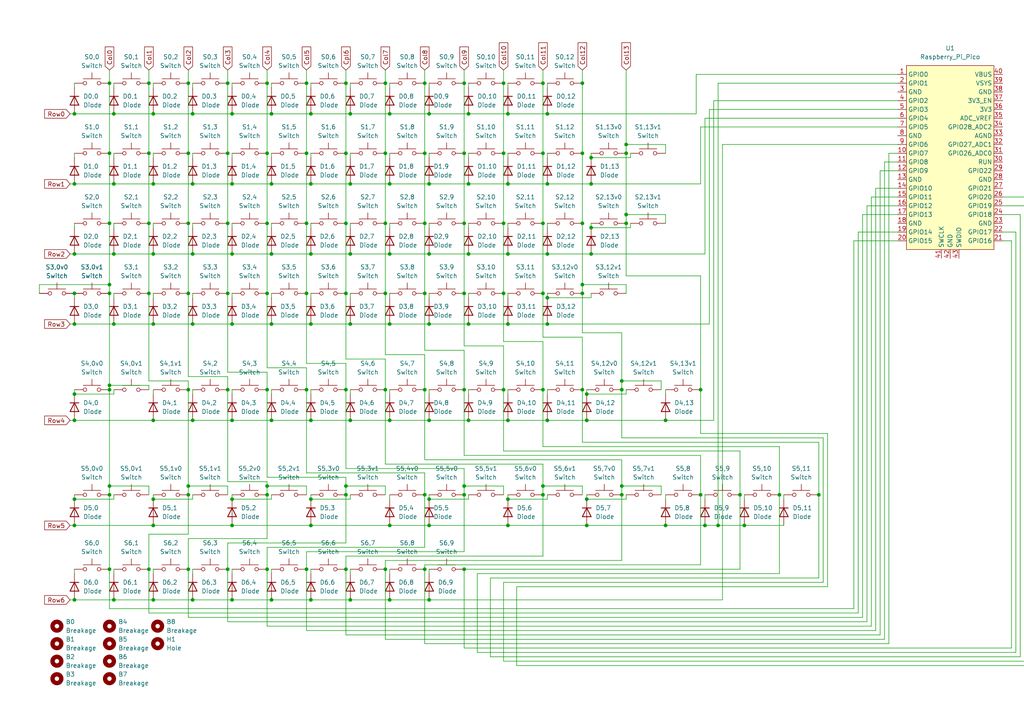
<source format=kicad_sch>
(kicad_sch (version 20230121) (generator eeschema)
  (paper "A4")
  (junction (at 54.61 140.97))
  (junction (at 146.05 24.13))
  (junction (at 158.75 86.36))
  (junction (at 55.88 93.98))
  (junction (at 181.61 41.91))
  (junction (at 214.63 143.51))
  (junction (at 88.9 165.1))
  (junction (at 33.02 33.02))
  (junction (at 31.75 85.09))
  (junction (at 237.49 143.51))
  (junction (at 90.17 144.78))
  (junction (at 21.59 173.99))
  (junction (at 67.31 73.66))
  (junction (at 147.32 144.78))
  (junction (at 157.48 113.03))
  (junction (at 101.6 173.99))
  (junction (at 111.76 165.1))
  (junction (at 77.47 143.51))
  (junction (at 134.62 113.03))
  (junction (at 78.74 33.02))
  (junction (at 78.74 73.66))
  (junction (at 66.04 165.1))
  (junction (at 168.91 44.45))
  (junction (at 170.18 114.3))
  (junction (at 193.04 152.4))
  (junction (at 77.47 24.13))
  (junction (at 90.17 173.99))
  (junction (at 66.04 64.77))
  (junction (at 158.75 33.02))
  (junction (at 147.32 93.98))
  (junction (at 78.74 121.92))
  (junction (at 113.03 53.34))
  (junction (at 158.75 73.66))
  (junction (at 31.75 165.1))
  (junction (at 54.61 24.13))
  (junction (at 101.6 93.98))
  (junction (at 171.45 45.72))
  (junction (at 88.9 24.13))
  (junction (at 147.32 53.34))
  (junction (at 208.28 152.4))
  (junction (at 67.31 53.34))
  (junction (at 180.34 113.03))
  (junction (at 171.45 66.04))
  (junction (at 31.75 140.97))
  (junction (at 44.45 33.02))
  (junction (at 67.31 33.02))
  (junction (at 31.75 64.77))
  (junction (at 215.9 152.4))
  (junction (at 43.18 44.45))
  (junction (at 101.6 73.66))
  (junction (at 90.17 53.34))
  (junction (at 124.46 121.92))
  (junction (at 146.05 85.09))
  (junction (at 113.03 33.02))
  (junction (at 21.59 33.02))
  (junction (at 21.59 121.92))
  (junction (at 21.59 144.78))
  (junction (at 124.46 53.34))
  (junction (at 43.18 85.09))
  (junction (at 170.18 152.4))
  (junction (at 43.18 24.13))
  (junction (at 113.03 152.4))
  (junction (at 100.33 24.13))
  (junction (at 123.19 44.45))
  (junction (at 78.74 53.34))
  (junction (at 54.61 44.45))
  (junction (at 146.05 113.03))
  (junction (at 203.2 113.03))
  (junction (at 168.91 24.13))
  (junction (at 134.62 165.1))
  (junction (at 123.19 143.51))
  (junction (at 111.76 85.09))
  (junction (at 66.04 85.09))
  (junction (at 123.19 64.77))
  (junction (at 157.48 24.13))
  (junction (at 31.75 113.03))
  (junction (at 77.47 165.1))
  (junction (at 135.89 121.92))
  (junction (at 90.17 73.66))
  (junction (at 101.6 33.02))
  (junction (at 55.88 53.34))
  (junction (at 113.03 73.66))
  (junction (at 67.31 152.4))
  (junction (at 44.45 121.92))
  (junction (at 44.45 152.4))
  (junction (at 66.04 44.45))
  (junction (at 88.9 44.45))
  (junction (at 88.9 85.09))
  (junction (at 111.76 24.13))
  (junction (at 147.32 73.66))
  (junction (at 157.48 64.77))
  (junction (at 54.61 85.09))
  (junction (at 100.33 113.03))
  (junction (at 100.33 140.97))
  (junction (at 44.45 73.66))
  (junction (at 54.61 165.1))
  (junction (at 54.61 64.77))
  (junction (at 146.05 44.45))
  (junction (at 77.47 113.03))
  (junction (at 33.02 93.98))
  (junction (at 78.74 173.99))
  (junction (at 147.32 121.92))
  (junction (at 157.48 44.45))
  (junction (at 44.45 173.99))
  (junction (at 157.48 143.51))
  (junction (at 77.47 85.09))
  (junction (at 124.46 144.78))
  (junction (at 88.9 64.77))
  (junction (at 134.62 143.51))
  (junction (at 123.19 113.03))
  (junction (at 100.33 85.09))
  (junction (at 43.18 165.1))
  (junction (at 134.62 64.77))
  (junction (at 113.03 121.92))
  (junction (at 226.06 143.51))
  (junction (at 135.89 73.66))
  (junction (at 204.47 152.4))
  (junction (at 124.46 33.02))
  (junction (at 134.62 44.45))
  (junction (at 31.75 24.13))
  (junction (at 113.03 93.98))
  (junction (at 54.61 143.51))
  (junction (at 55.88 33.02))
  (junction (at 124.46 93.98))
  (junction (at 44.45 144.78))
  (junction (at 55.88 73.66))
  (junction (at 124.46 73.66))
  (junction (at 55.88 121.92))
  (junction (at 21.59 152.4))
  (junction (at 100.33 165.1))
  (junction (at 21.59 114.3))
  (junction (at 157.48 140.97))
  (junction (at 31.75 111.76))
  (junction (at 31.75 143.51))
  (junction (at 168.91 64.77))
  (junction (at 180.34 140.97))
  (junction (at 88.9 113.03))
  (junction (at 170.18 121.92))
  (junction (at 21.59 93.98))
  (junction (at 67.31 121.92))
  (junction (at 168.91 82.55))
  (junction (at 44.45 53.34))
  (junction (at 147.32 33.02))
  (junction (at 135.89 93.98))
  (junction (at 55.88 173.99))
  (junction (at 134.62 24.13))
  (junction (at 100.33 44.45))
  (junction (at 124.46 173.99))
  (junction (at 31.75 44.45))
  (junction (at 111.76 64.77))
  (junction (at 123.19 85.09))
  (junction (at 100.33 64.77))
  (junction (at 77.47 140.97))
  (junction (at 111.76 44.45))
  (junction (at 171.45 53.34))
  (junction (at 44.45 93.98))
  (junction (at 90.17 93.98))
  (junction (at 193.04 121.92))
  (junction (at 135.89 33.02))
  (junction (at 90.17 152.4))
  (junction (at 66.04 113.03))
  (junction (at 168.91 85.09))
  (junction (at 180.34 143.51))
  (junction (at 67.31 173.99))
  (junction (at 77.47 64.77))
  (junction (at 181.61 64.77))
  (junction (at 21.59 73.66))
  (junction (at 181.61 44.45))
  (junction (at 101.6 121.92))
  (junction (at 67.31 144.78))
  (junction (at 146.05 64.77))
  (junction (at 54.61 113.03))
  (junction (at 123.19 165.1))
  (junction (at 158.75 121.92))
  (junction (at 147.32 152.4))
  (junction (at 31.75 82.55))
  (junction (at 170.18 144.78))
  (junction (at 181.61 62.23))
  (junction (at 21.59 53.34))
  (junction (at 168.91 113.03))
  (junction (at 135.89 53.34))
  (junction (at 111.76 113.03))
  (junction (at 171.45 73.66))
  (junction (at 33.02 53.34))
  (junction (at 67.31 93.98))
  (junction (at 77.47 44.45))
  (junction (at 134.62 85.09))
  (junction (at 90.17 121.92))
  (junction (at 101.6 53.34))
  (junction (at 21.59 85.09))
  (junction (at 43.18 64.77))
  (junction (at 33.02 73.66))
  (junction (at 123.19 24.13))
  (junction (at 134.62 140.97))
  (junction (at 113.03 173.99))
  (junction (at 100.33 143.51))
  (junction (at 78.74 93.98))
  (junction (at 180.34 110.49))
  (junction (at 158.75 93.98))
  (junction (at 158.75 53.34))
  (junction (at 66.04 24.13))
  (junction (at 90.17 33.02))
  (junction (at 203.2 143.51))
  (junction (at 33.02 173.99))
  (junction (at 124.46 152.4))
  (junction (at 157.48 85.09))
  (wire (pts (xy 44.45 144.78) (xy 55.88 144.78)))
  (wire (pts (xy 209.55 41.91) (xy 260.35 41.91)))
  (wire (pts (xy 66.04 139.7) (xy 77.47 139.7)))
  (wire (pts (xy 43.18 165.1) (xy 43.18 177.8)))
  (wire (pts (xy 111.76 162.56) (xy 111.76 165.1)))
  (wire (pts (xy 146.05 191.77) (xy 297.18 191.77)))
  (wire (pts (xy 90.17 165.1) (xy 90.17 166.37)))
  (wire (pts (xy 158.75 93.98) (xy 205.74 93.98)))
  (wire (pts (xy 147.32 152.4) (xy 170.18 152.4)))
  (wire (pts (xy 146.05 44.45) (xy 146.05 64.77)))
  (wire (pts (xy 193.04 64.77) (xy 193.04 62.23)))
  (wire (pts (xy 297.18 191.77) (xy 297.18 59.69)))
  (wire (pts (xy 134.62 44.45) (xy 134.62 64.77)))
  (wire (pts (xy 101.6 173.99) (xy 113.03 173.99)))
  (wire (pts (xy 88.9 140.97) (xy 77.47 140.97)))
  (wire (pts (xy 135.89 64.77) (xy 135.89 66.04)))
  (wire (pts (xy 78.74 44.45) (xy 78.74 45.72)))
  (wire (pts (xy 251.46 59.69) (xy 260.35 59.69)))
  (wire (pts (xy 158.75 24.13) (xy 158.75 25.4)))
  (wire (pts (xy 203.2 53.34) (xy 203.2 36.83)))
  (wire (pts (xy 170.18 144.78) (xy 181.61 144.78)))
  (wire (pts (xy 90.17 152.4) (xy 113.03 152.4)))
  (wire (pts (xy 100.33 184.15) (xy 255.27 184.15)))
  (wire (pts (xy 134.62 140.97) (xy 134.62 143.51)))
  (wire (pts (xy 238.76 168.91) (xy 238.76 127)))
  (wire (pts (xy 138.43 166.37) (xy 138.43 189.23)))
  (wire (pts (xy 77.47 181.61) (xy 252.73 181.61)))
  (wire (pts (xy 54.61 140.97) (xy 66.04 140.97)))
  (wire (pts (xy 44.45 44.45) (xy 44.45 45.72)))
  (wire (pts (xy 214.63 165.1) (xy 214.63 143.51)))
  (wire (pts (xy 193.04 152.4) (xy 204.47 152.4)))
  (wire (pts (xy 255.27 184.15) (xy 255.27 49.53)))
  (wire (pts (xy 21.59 85.09) (xy 21.59 86.36)))
  (wire (pts (xy 31.75 82.55) (xy 31.75 85.09)))
  (wire (pts (xy 257.81 186.69) (xy 257.81 44.45)))
  (wire (pts (xy 54.61 154.94) (xy 43.18 154.94)))
  (wire (pts (xy 254 54.61) (xy 260.35 54.61)))
  (wire (pts (xy 158.75 73.66) (xy 171.45 73.66)))
  (wire (pts (xy 147.32 113.03) (xy 147.32 114.3)))
  (wire (pts (xy 203.2 125.73) (xy 240.03 125.73)))
  (wire (pts (xy 78.74 113.03) (xy 78.74 114.3)))
  (wire (pts (xy 251.46 180.34) (xy 251.46 59.69)))
  (wire (pts (xy 135.89 85.09) (xy 135.89 86.36)))
  (wire (pts (xy 134.62 113.03) (xy 134.62 132.08)))
  (wire (pts (xy 31.75 24.13) (xy 31.75 44.45)))
  (wire (pts (xy 100.33 85.09) (xy 100.33 104.14)))
  (wire (pts (xy 54.61 109.22) (xy 66.04 109.22)))
  (wire (pts (xy 21.59 64.77) (xy 21.59 66.04)))
  (wire (pts (xy 31.75 85.09) (xy 31.75 111.76)))
  (wire (pts (xy 43.18 154.94) (xy 43.18 165.1)))
  (wire (pts (xy 100.33 140.97) (xy 100.33 143.51)))
  (wire (pts (xy 78.74 24.13) (xy 78.74 25.4)))
  (wire (pts (xy 21.59 152.4) (xy 44.45 152.4)))
  (wire (pts (xy 54.61 85.09) (xy 54.61 109.22)))
  (wire (pts (xy 123.19 163.83) (xy 203.2 163.83)))
  (wire (pts (xy 77.47 156.21) (xy 54.61 156.21)))
  (wire (pts (xy 100.33 44.45) (xy 100.33 64.77)))
  (wire (pts (xy 90.17 85.09) (xy 90.17 86.36)))
  (wire (pts (xy 157.48 44.45) (xy 157.48 64.77)))
  (wire (pts (xy 88.9 44.45) (xy 88.9 64.77)))
  (wire (pts (xy 20.32 33.02) (xy 21.59 33.02)))
  (wire (pts (xy 181.61 80.01) (xy 203.2 80.01)))
  (wire (pts (xy 55.88 24.13) (xy 55.88 25.4)))
  (wire (pts (xy 201.93 21.59) (xy 260.35 21.59)))
  (wire (pts (xy 90.17 144.78) (xy 101.6 144.78)))
  (wire (pts (xy 66.04 24.13) (xy 66.04 44.45)))
  (wire (pts (xy 11.43 85.09) (xy 11.43 82.55)))
  (wire (pts (xy 78.74 85.09) (xy 78.74 86.36)))
  (wire (pts (xy 158.75 113.03) (xy 158.75 114.3)))
  (wire (pts (xy 214.63 130.81) (xy 214.63 143.51)))
  (wire (pts (xy 168.91 143.51) (xy 168.91 140.97)))
  (wire (pts (xy 181.61 41.91) (xy 193.04 41.91)))
  (wire (pts (xy 44.45 165.1) (xy 44.45 166.37)))
  (wire (pts (xy 111.76 165.1) (xy 111.76 185.42)))
  (wire (pts (xy 147.32 24.13) (xy 147.32 25.4)))
  (wire (pts (xy 254 182.88) (xy 254 54.61)))
  (wire (pts (xy 135.89 73.66) (xy 147.32 73.66)))
  (wire (pts (xy 90.17 24.13) (xy 90.17 25.4)))
  (wire (pts (xy 21.59 24.13) (xy 21.59 25.4)))
  (wire (pts (xy 294.64 67.31) (xy 290.83 67.31)))
  (wire (pts (xy 180.34 162.56) (xy 111.76 162.56)))
  (wire (pts (xy 295.91 62.23) (xy 290.83 62.23)))
  (wire (pts (xy 31.75 64.77) (xy 31.75 82.55)))
  (wire (pts (xy 252.73 181.61) (xy 252.73 57.15)))
  (wire (pts (xy 100.33 157.48) (xy 66.04 157.48)))
  (wire (pts (xy 157.48 97.79) (xy 168.91 97.79)))
  (wire (pts (xy 134.62 135.89) (xy 134.62 140.97)))
  (wire (pts (xy 101.6 113.03) (xy 101.6 114.3)))
  (wire (pts (xy 33.02 173.99) (xy 44.45 173.99)))
  (wire (pts (xy 123.19 113.03) (xy 123.19 133.35)))
  (wire (pts (xy 201.93 33.02) (xy 201.93 21.59)))
  (wire (pts (xy 157.48 134.62) (xy 157.48 140.97)))
  (wire (pts (xy 101.6 121.92) (xy 113.03 121.92)))
  (wire (pts (xy 203.2 113.03) (xy 203.2 125.73)))
  (wire (pts (xy 20.32 152.4) (xy 21.59 152.4)))
  (wire (pts (xy 88.9 106.68) (xy 88.9 113.03)))
  (wire (pts (xy 43.18 177.8) (xy 248.92 177.8)))
  (wire (pts (xy 168.91 82.55) (xy 168.91 85.09)))
  (wire (pts (xy 78.74 33.02) (xy 90.17 33.02)))
  (wire (pts (xy 111.76 24.13) (xy 111.76 44.45)))
  (wire (pts (xy 124.46 33.02) (xy 135.89 33.02)))
  (wire (pts (xy 147.32 121.92) (xy 158.75 121.92)))
  (wire (pts (xy 191.77 110.49) (xy 180.34 110.49)))
  (wire (pts (xy 237.49 128.27) (xy 237.49 143.51)))
  (wire (pts (xy 123.19 44.45) (xy 123.19 64.77)))
  (wire (pts (xy 88.9 143.51) (xy 88.9 140.97)))
  (wire (pts (xy 123.19 163.83) (xy 123.19 165.1)))
  (wire (pts (xy 135.89 24.13) (xy 135.89 25.4)))
  (wire (pts (xy 100.33 165.1) (xy 100.33 184.15)))
  (wire (pts (xy 101.6 44.45) (xy 101.6 45.72)))
  (wire (pts (xy 250.19 62.23) (xy 260.35 62.23)))
  (wire (pts (xy 43.18 20.32) (xy 43.18 24.13)))
  (wire (pts (xy 134.62 100.33) (xy 146.05 100.33)))
  (wire (pts (xy 111.76 64.77) (xy 111.76 85.09)))
  (wire (pts (xy 88.9 160.02) (xy 88.9 165.1)))
  (wire (pts (xy 66.04 157.48) (xy 66.04 165.1)))
  (wire (pts (xy 215.9 143.51) (xy 215.9 144.78)))
  (wire (pts (xy 147.32 44.45) (xy 147.32 45.72)))
  (wire (pts (xy 77.47 113.03) (xy 77.47 138.43)))
  (wire (pts (xy 158.75 44.45) (xy 158.75 45.72)))
  (wire (pts (xy 171.45 53.34) (xy 203.2 53.34)))
  (wire (pts (xy 101.6 24.13) (xy 101.6 25.4)))
  (wire (pts (xy 168.91 24.13) (xy 168.91 44.45)))
  (wire (pts (xy 33.02 143.51) (xy 33.02 144.78)))
  (wire (pts (xy 124.46 144.78) (xy 135.89 144.78)))
  (wire (pts (xy 100.33 105.41) (xy 100.33 113.03)))
  (wire (pts (xy 113.03 93.98) (xy 124.46 93.98)))
  (wire (pts (xy 193.04 121.92) (xy 207.01 121.92)))
  (wire (pts (xy 203.2 80.01) (xy 203.2 113.03)))
  (wire (pts (xy 66.04 165.1) (xy 66.04 180.34)))
  (wire (pts (xy 55.88 113.03) (xy 55.88 114.3)))
  (wire (pts (xy 113.03 33.02) (xy 124.46 33.02)))
  (wire (pts (xy 101.6 73.66) (xy 113.03 73.66)))
  (wire (pts (xy 295.91 190.5) (xy 295.91 62.23)))
  (wire (pts (xy 101.6 85.09) (xy 101.6 86.36)))
  (wire (pts (xy 67.31 44.45) (xy 67.31 45.72)))
  (wire (pts (xy 21.59 93.98) (xy 33.02 93.98)))
  (wire (pts (xy 146.05 168.91) (xy 146.05 191.77)))
  (wire (pts (xy 146.05 143.51) (xy 146.05 140.97)))
  (wire (pts (xy 88.9 137.16) (xy 123.19 137.16)))
  (wire (pts (xy 90.17 53.34) (xy 101.6 53.34)))
  (wire (pts (xy 111.76 134.62) (xy 157.48 134.62)))
  (wire (pts (xy 111.76 185.42) (xy 256.54 185.42)))
  (wire (pts (xy 204.47 34.29) (xy 260.35 34.29)))
  (wire (pts (xy 111.76 85.09) (xy 111.76 102.87)))
  (wire (pts (xy 101.6 33.02) (xy 113.03 33.02)))
  (wire (pts (xy 21.59 33.02) (xy 33.02 33.02)))
  (wire (pts (xy 181.61 113.03) (xy 181.61 114.3)))
  (wire (pts (xy 134.62 24.13) (xy 134.62 44.45)))
  (wire (pts (xy 170.18 121.92) (xy 193.04 121.92)))
  (wire (pts (xy 168.91 128.27) (xy 237.49 128.27)))
  (wire (pts (xy 257.81 44.45) (xy 260.35 44.45)))
  (wire (pts (xy 66.04 44.45) (xy 66.04 64.77)))
  (wire (pts (xy 111.76 113.03) (xy 111.76 134.62)))
  (wire (pts (xy 21.59 165.1) (xy 21.59 166.37)))
  (wire (pts (xy 54.61 20.32) (xy 54.61 24.13)))
  (wire (pts (xy 240.03 125.73) (xy 240.03 170.18)))
  (wire (pts (xy 33.02 44.45) (xy 33.02 45.72)))
  (wire (pts (xy 215.9 152.4) (xy 227.33 152.4)))
  (wire (pts (xy 181.61 41.91) (xy 181.61 44.45)))
  (wire (pts (xy 21.59 53.34) (xy 33.02 53.34)))
  (wire (pts (xy 205.74 31.75) (xy 260.35 31.75)))
  (wire (pts (xy 157.48 64.77) (xy 157.48 85.09)))
  (wire (pts (xy 124.46 152.4) (xy 147.32 152.4)))
  (wire (pts (xy 171.45 86.36) (xy 171.45 85.09)))
  (wire (pts (xy 31.75 143.51) (xy 31.75 165.1)))
  (wire (pts (xy 191.77 113.03) (xy 191.77 110.49)))
  (wire (pts (xy 44.45 93.98) (xy 55.88 93.98)))
  (wire (pts (xy 226.06 129.54) (xy 226.06 143.51)))
  (wire (pts (xy 146.05 130.81) (xy 214.63 130.81)))
  (wire (pts (xy 67.31 85.09) (xy 67.31 86.36)))
  (wire (pts (xy 55.88 173.99) (xy 67.31 173.99)))
  (wire (pts (xy 66.04 180.34) (xy 251.46 180.34)))
  (wire (pts (xy 21.59 143.51) (xy 21.59 144.78)))
  (wire (pts (xy 171.45 45.72) (xy 182.88 45.72)))
  (wire (pts (xy 171.45 44.45) (xy 171.45 45.72)))
  (wire (pts (xy 88.9 105.41) (xy 100.33 105.41)))
  (wire (pts (xy 124.46 165.1) (xy 124.46 166.37)))
  (wire (pts (xy 123.19 186.69) (xy 257.81 186.69)))
  (wire (pts (xy 33.02 53.34) (xy 44.45 53.34)))
  (wire (pts (xy 123.19 85.09) (xy 123.19 101.6)))
  (wire (pts (xy 193.04 62.23) (xy 181.61 62.23)))
  (wire (pts (xy 90.17 121.92) (xy 101.6 121.92)))
  (wire (pts (xy 111.76 104.14) (xy 111.76 113.03)))
  (wire (pts (xy 147.32 85.09) (xy 147.32 86.36)))
  (wire (pts (xy 54.61 24.13) (xy 54.61 44.45)))
  (wire (pts (xy 78.74 93.98) (xy 90.17 93.98)))
  (wire (pts (xy 44.45 33.02) (xy 55.88 33.02)))
  (wire (pts (xy 11.43 82.55) (xy 31.75 82.55)))
  (wire (pts (xy 134.62 132.08) (xy 203.2 132.08)))
  (wire (pts (xy 208.28 24.13) (xy 260.35 24.13)))
  (wire (pts (xy 191.77 143.51) (xy 191.77 140.97)))
  (wire (pts (xy 191.77 140.97) (xy 180.34 140.97)))
  (wire (pts (xy 100.33 135.89) (xy 134.62 135.89)))
  (wire (pts (xy 67.31 165.1) (xy 67.31 166.37)))
  (wire (pts (xy 157.48 129.54) (xy 226.06 129.54)))
  (wire (pts (xy 298.45 193.04) (xy 298.45 57.15)))
  (wire (pts (xy 208.28 152.4) (xy 215.9 152.4)))
  (wire (pts (xy 43.18 44.45) (xy 43.18 64.77)))
  (wire (pts (xy 181.61 20.32) (xy 181.61 41.91)))
  (wire (pts (xy 123.19 158.75) (xy 77.47 158.75)))
  (wire (pts (xy 31.75 44.45) (xy 31.75 64.77)))
  (wire (pts (xy 66.04 20.32) (xy 66.04 24.13)))
  (wire (pts (xy 247.65 176.53) (xy 247.65 69.85)))
  (wire (pts (xy 54.61 110.49) (xy 54.61 113.03)))
  (wire (pts (xy 77.47 106.68) (xy 88.9 106.68)))
  (wire (pts (xy 66.04 113.03) (xy 66.04 139.7)))
  (wire (pts (xy 157.48 20.32) (xy 157.48 24.13)))
  (wire (pts (xy 146.05 113.03) (xy 146.05 130.81)))
  (wire (pts (xy 157.48 24.13) (xy 157.48 44.45)))
  (wire (pts (xy 111.76 44.45) (xy 111.76 64.77)))
  (wire (pts (xy 67.31 64.77) (xy 67.31 66.04)))
  (wire (pts (xy 55.88 121.92) (xy 67.31 121.92)))
  (wire (pts (xy 67.31 144.78) (xy 78.74 144.78)))
  (wire (pts (xy 181.61 82.55) (xy 168.91 82.55)))
  (wire (pts (xy 67.31 73.66) (xy 78.74 73.66)))
  (wire (pts (xy 168.91 64.77) (xy 168.91 82.55)))
  (wire (pts (xy 168.91 113.03) (xy 168.91 128.27)))
  (wire (pts (xy 77.47 138.43) (xy 100.33 138.43)))
  (wire (pts (xy 20.32 121.92) (xy 21.59 121.92)))
  (wire (pts (xy 67.31 24.13) (xy 67.31 25.4)))
  (wire (pts (xy 54.61 113.03) (xy 54.61 140.97)))
  (wire (pts (xy 43.18 24.13) (xy 43.18 44.45)))
  (wire (pts (xy 138.43 166.37) (xy 226.06 166.37)))
  (wire (pts (xy 54.61 44.45) (xy 54.61 64.77)))
  (wire (pts (xy 55.88 44.45) (xy 55.88 45.72)))
  (wire (pts (xy 168.91 44.45) (xy 168.91 64.77)))
  (wire (pts (xy 203.2 143.51) (xy 203.2 163.83)))
  (wire (pts (xy 157.48 99.06) (xy 157.48 113.03)))
  (wire (pts (xy 123.19 20.32) (xy 123.19 24.13)))
  (wire (pts (xy 168.91 96.52) (xy 180.34 96.52)))
  (wire (pts (xy 43.18 110.49) (xy 54.61 110.49)))
  (wire (pts (xy 146.05 64.77) (xy 146.05 85.09)))
  (wire (pts (xy 123.19 165.1) (xy 123.19 186.69)))
  (wire (pts (xy 134.62 143.51) (xy 134.62 160.02)))
  (wire (pts (xy 134.62 160.02) (xy 88.9 160.02)))
  (wire (pts (xy 88.9 20.32) (xy 88.9 24.13)))
  (wire (pts (xy 100.33 64.77) (xy 100.33 85.09)))
  (wire (pts (xy 101.6 53.34) (xy 113.03 53.34)))
  (wire (pts (xy 135.89 143.51) (xy 135.89 144.78)))
  (wire (pts (xy 33.02 73.66) (xy 44.45 73.66)))
  (wire (pts (xy 88.9 113.03) (xy 88.9 137.16)))
  (wire (pts (xy 227.33 143.51) (xy 227.33 144.78)))
  (wire (pts (xy 66.04 85.09) (xy 66.04 107.95)))
  (wire (pts (xy 67.31 93.98) (xy 78.74 93.98)))
  (wire (pts (xy 182.88 44.45) (xy 182.88 45.72)))
  (wire (pts (xy 54.61 64.77) (xy 54.61 85.09)))
  (wire (pts (xy 181.61 143.51) (xy 181.61 144.78)))
  (wire (pts (xy 55.88 165.1) (xy 55.88 166.37)))
  (wire (pts (xy 33.02 93.98) (xy 44.45 93.98)))
  (wire (pts (xy 123.19 143.51) (xy 123.19 158.75)))
  (wire (pts (xy 31.75 140.97) (xy 31.75 143.51)))
  (wire (pts (xy 158.75 85.09) (xy 158.75 86.36)))
  (wire (pts (xy 157.48 143.51) (xy 157.48 161.29)))
  (wire (pts (xy 78.74 143.51) (xy 78.74 144.78)))
  (wire (pts (xy 90.17 93.98) (xy 101.6 93.98)))
  (wire (pts (xy 77.47 158.75) (xy 77.47 165.1)))
  (wire (pts (xy 44.45 173.99) (xy 55.88 173.99)))
  (wire (pts (xy 170.18 143.51) (xy 170.18 144.78)))
  (wire (pts (xy 101.6 165.1) (xy 101.6 166.37)))
  (wire (pts (xy 135.89 121.92) (xy 147.32 121.92)))
  (wire (pts (xy 142.24 190.5) (xy 295.91 190.5)))
  (wire (pts (xy 147.32 53.34) (xy 158.75 53.34)))
  (wire (pts (xy 78.74 64.77) (xy 78.74 66.04)))
  (wire (pts (xy 33.02 33.02) (xy 44.45 33.02)))
  (wire (pts (xy 90.17 143.51) (xy 90.17 144.78)))
  (wire (pts (xy 158.75 121.92) (xy 170.18 121.92)))
  (wire (pts (xy 149.86 170.18) (xy 149.86 193.04)))
  (wire (pts (xy 138.43 189.23) (xy 294.64 189.23)))
  (wire (pts (xy 208.28 24.13) (xy 208.28 152.4)))
  (wire (pts (xy 255.27 49.53) (xy 260.35 49.53)))
  (wire (pts (xy 123.19 133.35) (xy 180.34 133.35)))
  (wire (pts (xy 248.92 67.31) (xy 260.35 67.31)))
  (wire (pts (xy 21.59 113.03) (xy 21.59 114.3)))
  (wire (pts (xy 147.32 33.02) (xy 158.75 33.02)))
  (wire (pts (xy 168.91 140.97) (xy 157.48 140.97)))
  (wire (pts (xy 171.45 66.04) (xy 182.88 66.04)))
  (wire (pts (xy 31.75 111.76) (xy 31.75 113.03)))
  (wire (pts (xy 124.46 64.77) (xy 124.46 66.04)))
  (wire (pts (xy 44.45 143.51) (xy 44.45 144.78)))
  (wire (pts (xy 250.19 179.07) (xy 250.19 62.23)))
  (wire (pts (xy 21.59 121.92) (xy 44.45 121.92)))
  (wire (pts (xy 113.03 165.1) (xy 113.03 166.37)))
  (wire (pts (xy 100.33 24.13) (xy 100.33 44.45)))
  (wire (pts (xy 33.02 24.13) (xy 33.02 25.4)))
  (wire (pts (xy 146.05 20.32) (xy 146.05 24.13)))
  (wire (pts (xy 55.88 73.66) (xy 67.31 73.66)))
  (wire (pts (xy 113.03 121.92) (xy 124.46 121.92)))
  (wire (pts (xy 237.49 167.64) (xy 237.49 143.51)))
  (wire (pts (xy 90.17 64.77) (xy 90.17 66.04)))
  (wire (pts (xy 135.89 33.02) (xy 147.32 33.02)))
  (wire (pts (xy 180.34 110.49) (xy 180.34 113.03)))
  (wire (pts (xy 256.54 185.42) (xy 256.54 46.99)))
  (wire (pts (xy 135.89 44.45) (xy 135.89 45.72)))
  (wire (pts (xy 158.75 86.36) (xy 171.45 86.36)))
  (wire (pts (xy 124.46 24.13) (xy 124.46 25.4)))
  (wire (pts (xy 20.32 93.98) (xy 21.59 93.98)))
  (wire (pts (xy 146.05 168.91) (xy 238.76 168.91)))
  (wire (pts (xy 158.75 33.02) (xy 201.93 33.02)))
  (wire (pts (xy 180.34 143.51) (xy 180.34 162.56)))
  (wire (pts (xy 90.17 44.45) (xy 90.17 45.72)))
  (wire (pts (xy 124.46 85.09) (xy 124.46 86.36)))
  (wire (pts (xy 100.33 140.97) (xy 111.76 140.97)))
  (wire (pts (xy 124.46 93.98) (xy 135.89 93.98)))
  (wire (pts (xy 171.45 73.66) (xy 204.47 73.66)))
  (wire (pts (xy 100.33 20.32) (xy 100.33 24.13)))
  (wire (pts (xy 203.2 36.83) (xy 260.35 36.83)))
  (wire (pts (xy 146.05 85.09) (xy 146.05 99.06)))
  (wire (pts (xy 77.47 85.09) (xy 77.47 106.68)))
  (wire (pts (xy 180.34 140.97) (xy 180.34 143.51)))
  (wire (pts (xy 168.91 97.79) (xy 168.91 113.03)))
  (wire (pts (xy 134.62 165.1) (xy 214.63 165.1)))
  (wire (pts (xy 54.61 140.97) (xy 54.61 143.51)))
  (wire (pts (xy 21.59 173.99) (xy 33.02 173.99)))
  (wire (pts (xy 43.18 64.77) (xy 43.18 85.09)))
  (wire (pts (xy 78.74 165.1) (xy 78.74 166.37)))
  (wire (pts (xy 44.45 53.34) (xy 55.88 53.34)))
  (wire (pts (xy 67.31 173.99) (xy 78.74 173.99)))
  (wire (pts (xy 293.37 187.96) (xy 293.37 69.85)))
  (wire (pts (xy 181.61 64.77) (xy 181.61 80.01)))
  (wire (pts (xy 44.45 113.03) (xy 44.45 114.3)))
  (wire (pts (xy 203.2 132.08) (xy 203.2 143.51)))
  (wire (pts (xy 55.88 64.77) (xy 55.88 66.04)))
  (wire (pts (xy 111.76 102.87) (xy 123.19 102.87)))
  (wire (pts (xy 77.47 140.97) (xy 77.47 143.51)))
  (wire (pts (xy 123.19 102.87) (xy 123.19 113.03)))
  (wire (pts (xy 123.19 64.77) (xy 123.19 85.09)))
  (wire (pts (xy 33.02 113.03) (xy 33.02 114.3)))
  (wire (pts (xy 168.91 20.32) (xy 168.91 24.13)))
  (wire (pts (xy 157.48 113.03) (xy 157.48 129.54)))
  (wire (pts (xy 33.02 85.09) (xy 33.02 86.36)))
  (wire (pts (xy 44.45 73.66) (xy 55.88 73.66)))
  (wire (pts (xy 297.18 59.69) (xy 290.83 59.69)))
  (wire (pts (xy 171.45 64.77) (xy 171.45 66.04)))
  (wire (pts (xy 157.48 85.09) (xy 157.48 97.79)))
  (wire (pts (xy 66.04 64.77) (xy 66.04 85.09)))
  (wire (pts (xy 88.9 64.77) (xy 88.9 85.09)))
  (wire (pts (xy 134.62 20.32) (xy 134.62 24.13)))
  (wire (pts (xy 100.33 104.14) (xy 111.76 104.14)))
  (wire (pts (xy 168.91 85.09) (xy 168.91 96.52)))
  (wire (pts (xy 54.61 179.07) (xy 250.19 179.07)))
  (wire (pts (xy 100.33 143.51) (xy 100.33 157.48)))
  (wire (pts (xy 204.47 34.29) (xy 204.47 73.66)))
  (wire (pts (xy 124.46 113.03) (xy 124.46 114.3)))
  (wire (pts (xy 123.19 101.6) (xy 134.62 101.6)))
  (wire (pts (xy 298.45 57.15) (xy 290.83 57.15)))
  (wire (pts (xy 55.88 93.98) (xy 67.31 93.98)))
  (wire (pts (xy 43.18 113.03) (xy 43.18 111.76)))
  (wire (pts (xy 134.62 101.6) (xy 134.62 113.03)))
  (wire (pts (xy 180.34 127) (xy 238.76 127)))
  (wire (pts (xy 78.74 53.34) (xy 90.17 53.34)))
  (wire (pts (xy 77.47 24.13) (xy 77.47 44.45)))
  (wire (pts (xy 193.04 41.91) (xy 193.04 44.45)))
  (wire (pts (xy 90.17 173.99) (xy 101.6 173.99)))
  (wire (pts (xy 55.88 33.02) (xy 67.31 33.02)))
  (wire (pts (xy 88.9 165.1) (xy 88.9 182.88)))
  (wire (pts (xy 134.62 64.77) (xy 134.62 85.09)))
  (wire (pts (xy 158.75 64.77) (xy 158.75 66.04)))
  (wire (pts (xy 44.45 24.13) (xy 44.45 25.4)))
  (wire (pts (xy 247.65 69.85) (xy 260.35 69.85)))
  (wire (pts (xy 294.64 189.23) (xy 294.64 67.31)))
  (wire (pts (xy 248.92 177.8) (xy 248.92 67.31)))
  (wire (pts (xy 207.01 29.21) (xy 260.35 29.21)))
  (wire (pts (xy 113.03 24.13) (xy 113.03 25.4)))
  (wire (pts (xy 157.48 140.97) (xy 157.48 143.51)))
  (wire (pts (xy 113.03 64.77) (xy 113.03 66.04)))
  (wire (pts (xy 100.33 113.03) (xy 100.33 135.89)))
  (wire (pts (xy 77.47 44.45) (xy 77.47 64.77)))
  (wire (pts (xy 124.46 44.45) (xy 124.46 45.72)))
  (wire (pts (xy 88.9 85.09) (xy 88.9 105.41)))
  (wire (pts (xy 21.59 114.3) (xy 33.02 114.3)))
  (wire (pts (xy 20.32 53.34) (xy 21.59 53.34)))
  (wire (pts (xy 124.46 73.66) (xy 135.89 73.66)))
  (wire (pts (xy 67.31 53.34) (xy 78.74 53.34)))
  (wire (pts (xy 124.46 143.51) (xy 124.46 144.78)))
  (wire (pts (xy 33.02 165.1) (xy 33.02 166.37)))
  (wire (pts (xy 111.76 140.97) (xy 111.76 143.51)))
  (wire (pts (xy 44.45 121.92) (xy 55.88 121.92)))
  (wire (pts (xy 88.9 182.88) (xy 254 182.88)))
  (wire (pts (xy 113.03 143.51) (xy 113.03 144.78)))
  (wire (pts (xy 204.47 152.4) (xy 208.28 152.4)))
  (wire (pts (xy 181.61 44.45) (xy 181.61 62.23)))
  (wire (pts (xy 252.73 57.15) (xy 260.35 57.15)))
  (wire (pts (xy 193.04 113.03) (xy 193.04 114.3)))
  (wire (pts (xy 146.05 100.33) (xy 146.05 113.03)))
  (wire (pts (xy 158.75 143.51) (xy 158.75 144.78)))
  (wire (pts (xy 293.37 69.85) (xy 290.83 69.85)))
  (wire (pts (xy 67.31 152.4) (xy 90.17 152.4)))
  (wire (pts (xy 134.62 85.09) (xy 134.62 100.33)))
  (wire (pts (xy 226.06 166.37) (xy 226.06 143.51)))
  (wire (pts (xy 101.6 143.51) (xy 101.6 144.78)))
  (wire (pts (xy 43.18 85.09) (xy 43.18 110.49)))
  (wire (pts (xy 31.75 111.76) (xy 43.18 111.76)))
  (wire (pts (xy 142.24 167.64) (xy 237.49 167.64)))
  (wire (pts (xy 21.59 44.45) (xy 21.59 45.72)))
  (wire (pts (xy 31.75 165.1) (xy 31.75 176.53)))
  (wire (pts (xy 33.02 64.77) (xy 33.02 66.04)))
  (wire (pts (xy 134.62 187.96) (xy 293.37 187.96)))
  (wire (pts (xy 66.04 107.95) (xy 77.47 107.95)))
  (wire (pts (xy 55.88 53.34) (xy 67.31 53.34)))
  (wire (pts (xy 54.61 165.1) (xy 54.61 179.07)))
  (wire (pts (xy 90.17 113.03) (xy 90.17 114.3)))
  (wire (pts (xy 77.47 143.51) (xy 77.47 156.21)))
  (wire (pts (xy 170.18 152.4) (xy 193.04 152.4)))
  (wire (pts (xy 124.46 121.92) (xy 135.89 121.92)))
  (wire (pts (xy 67.31 121.92) (xy 78.74 121.92)))
  (wire (pts (xy 54.61 143.51) (xy 54.61 154.94)))
  (wire (pts (xy 146.05 140.97) (xy 134.62 140.97)))
  (wire (pts (xy 100.33 161.29) (xy 100.33 165.1)))
  (wire (pts (xy 77.47 139.7) (xy 77.47 140.97)))
  (wire (pts (xy 66.04 143.51) (xy 66.04 140.97)))
  (wire (pts (xy 113.03 44.45) (xy 113.03 45.72)))
  (wire (pts (xy 78.74 121.92) (xy 90.17 121.92)))
  (wire (pts (xy 113.03 73.66) (xy 124.46 73.66)))
  (wire (pts (xy 146.05 24.13) (xy 146.05 44.45)))
  (wire (pts (xy 180.34 96.52) (xy 180.34 110.49)))
  (wire (pts (xy 193.04 143.51) (xy 193.04 144.78)))
  (wire (pts (xy 111.76 20.32) (xy 111.76 24.13)))
  (wire (pts (xy 55.88 143.51) (xy 55.88 144.78)))
  (wire (pts (xy 77.47 107.95) (xy 77.47 113.03)))
  (wire (pts (xy 20.32 73.66) (xy 21.59 73.66)))
  (wire (pts (xy 67.31 143.51) (xy 67.31 144.78)))
  (wire (pts (xy 180.34 133.35) (xy 180.34 140.97)))
  (wire (pts (xy 158.75 53.34) (xy 171.45 53.34)))
  (wire (pts (xy 77.47 20.32) (xy 77.47 24.13)))
  (wire (pts (xy 205.74 31.75) (xy 205.74 93.98)))
  (wire (pts (xy 170.18 113.03) (xy 170.18 114.3)))
  (wire (pts (xy 124.46 53.34) (xy 135.89 53.34)))
  (wire (pts (xy 149.86 170.18) (xy 240.03 170.18)))
  (wire (pts (xy 66.04 109.22) (xy 66.04 113.03)))
  (wire (pts (xy 88.9 24.13) (xy 88.9 44.45)))
  (wire (pts (xy 20.32 173.99) (xy 21.59 173.99)))
  (wire (pts (xy 31.75 176.53) (xy 247.65 176.53)))
  (wire (pts (xy 147.32 93.98) (xy 158.75 93.98)))
  (wire (pts (xy 31.75 113.03) (xy 31.75 140.97)))
  (wire (pts (xy 21.59 73.66) (xy 33.02 73.66)))
  (wire (pts (xy 123.19 137.16) (xy 123.19 143.51)))
  (wire (pts (xy 113.03 85.09) (xy 113.03 86.36)))
  (wire (pts (xy 78.74 173.99) (xy 90.17 173.99)))
  (wire (pts (xy 147.32 73.66) (xy 158.75 73.66)))
  (wire (pts (xy 77.47 165.1) (xy 77.47 181.61)))
  (wire (pts (xy 113.03 173.99) (xy 124.46 173.99)))
  (wire (pts (xy 170.18 114.3) (xy 181.61 114.3)))
  (wire (pts (xy 113.03 53.34) (xy 124.46 53.34)))
  (wire (pts (xy 180.34 113.03) (xy 180.34 127)))
  (wire (pts (xy 43.18 140.97) (xy 31.75 140.97)))
  (wire (pts (xy 146.05 99.06) (xy 157.48 99.06)))
  (wire (pts (xy 43.18 143.51) (xy 43.18 140.97)))
  (wire (pts (xy 135.89 53.34) (xy 147.32 53.34)))
  (wire (pts (xy 90.17 73.66) (xy 101.6 73.66)))
  (wire (pts (xy 142.24 167.64) (xy 142.24 190.5)))
  (wire (pts (xy 124.46 173.99) (xy 209.55 173.99)))
  (wire (pts (xy 113.03 113.03) (xy 113.03 114.3)))
  (wire (pts (xy 90.17 33.02) (xy 101.6 33.02)))
  (wire (pts (xy 147.32 143.51) (xy 147.32 144.78)))
  (wire (pts (xy 113.03 152.4) (xy 124.46 152.4)))
  (wire (pts (xy 149.86 193.04) (xy 298.45 193.04)))
  (wire (pts (xy 44.45 152.4) (xy 67.31 152.4)))
  (wire (pts (xy 181.61 85.09) (xy 181.61 82.55)))
  (wire (pts (xy 207.01 29.21) (xy 207.01 121.92)))
  (wire (pts (xy 147.32 144.78) (xy 158.75 144.78)))
  (wire (pts (xy 209.55 173.99) (xy 209.55 41.91)))
  (wire (pts (xy 44.45 85.09) (xy 44.45 86.36)))
  (wire (pts (xy 55.88 85.09) (xy 55.88 86.36)))
  (wire (pts (xy 204.47 143.51) (xy 204.47 144.78)))
  (wire (pts (xy 123.19 24.13) (xy 123.19 44.45)))
  (wire (pts (xy 135.89 93.98) (xy 147.32 93.98)))
  (wire (pts (xy 44.45 64.77) (xy 44.45 66.04)))
  (wire (pts (xy 100.33 138.43) (xy 100.33 140.97)))
  (wire (pts (xy 157.48 161.29) (xy 100.33 161.29)))
  (wire (pts (xy 78.74 73.66) (xy 90.17 73.66)))
  (wire (pts (xy 67.31 113.03) (xy 67.31 114.3)))
  (wire (pts (xy 147.32 64.77) (xy 147.32 66.04)))
  (wire (pts (xy 54.61 156.21) (xy 54.61 165.1)))
  (wire (pts (xy 134.62 165.1) (xy 134.62 187.96)))
  (wire (pts (xy 77.47 64.77) (xy 77.47 85.09)))
  (wire (pts (xy 181.61 62.23) (xy 181.61 64.77)))
  (wire (pts (xy 67.31 33.02) (xy 78.74 33.02)))
  (wire (pts (xy 256.54 46.99) (xy 260.35 46.99)))
  (wire (pts (xy 21.59 144.78) (xy 33.02 144.78)))
  (wire (pts (xy 182.88 64.77) (xy 182.88 66.04)))
  (wire (pts (xy 135.89 113.03) (xy 135.89 114.3)))
  (wire (pts (xy 101.6 64.77) (xy 101.6 66.04)))
  (wire (pts (xy 31.75 20.32) (xy 31.75 24.13)))
  (wire (pts (xy 101.6 93.98) (xy 113.03 93.98)))
  (global_label "Col11" (shape input) (at 157.48 20.32 90) (property "Intersheetrefs" "${INTERSHEET_REFS}" (effects hide)))
  (global_label "Row3" (shape input) (at 20.32 93.98 180) (property "Intersheetrefs" "${INTERSHEET_REFS}" (effects hide)))
  (global_label "Row5" (shape input) (at 20.32 152.4 180) (property "Intersheetrefs" "${INTERSHEET_REFS}" (effects hide)))
  (global_label "Cpl6" (shape input) (at 100.33 20.32 90) (property "Intersheetrefs" "${INTERSHEET_REFS}" (effects hide)))
  (global_label "Col3" (shape input) (at 66.04 20.32 90) (property "Intersheetrefs" "${INTERSHEET_REFS}" (effects hide)))
  (global_label "Col10" (shape input) (at 146.05 20.32 90) (property "Intersheetrefs" "${INTERSHEET_REFS}" (effects hide)))
  (global_label "Col2" (shape input) (at 54.61 20.32 90) (property "Intersheetrefs" "${INTERSHEET_REFS}" (effects hide)))
  (global_label "Col9" (shape input) (at 134.62 20.32 90) (property "Intersheetrefs" "${INTERSHEET_REFS}" (effects hide)))
  (global_label "Row6" (shape input) (at 20.32 173.99 180) (property "Intersheetrefs" "${INTERSHEET_REFS}" (effects hide)))
  (global_label "Col12" (shape input) (at 168.91 20.32 90) (property "Intersheetrefs" "${INTERSHEET_REFS}" (effects hide)))
  (global_label "Col7" (shape input) (at 111.76 20.32 90) (property "Intersheetrefs" "${INTERSHEET_REFS}" (effects hide)))
  (global_label "Row1" (shape input) (at 20.32 53.34 180) (property "Intersheetrefs" "${INTERSHEET_REFS}" (effects hide)))
  (global_label "Col4" (shape input) (at 77.47 20.32 90) (property "Intersheetrefs" "${INTERSHEET_REFS}" (effects hide)))
  (global_label "Col0" (shape input) (at 31.75 20.32 90) (property "Intersheetrefs" "${INTERSHEET_REFS}" (effects hide)))
  (global_label "Col1" (shape input) (at 43.18 20.32 90) (property "Intersheetrefs" "${INTERSHEET_REFS}" (effects hide)))
  (global_label "Col8" (shape input) (at 123.19 20.32 90) (property "Intersheetrefs" "${INTERSHEET_REFS}" (effects hide)))
  (global_label "Row2" (shape input) (at 20.32 73.66 180) (property "Intersheetrefs" "${INTERSHEET_REFS}" (effects hide)))
  (global_label "Col5" (shape input) (at 88.9 20.32 90) (property "Intersheetrefs" "${INTERSHEET_REFS}" (effects hide)))
  (global_label "Col13" (shape input) (at 181.61 20.32 90) (property "Intersheetrefs" "${INTERSHEET_REFS}" (effects hide)))
  (global_label "Row4" (shape input) (at 20.32 121.92 180) (property "Intersheetrefs" "${INTERSHEET_REFS}" (effects hide)))
  (global_label "Row0" (shape input) (at 20.32 33.02 180) (property "Intersheetrefs" "${INTERSHEET_REFS}" (effects hide)))
  (symbol (lib_id "ScottoKeebs:Placeholder_Switch") (at 140.97 44.45 0) (unit 1)
    (property "Reference" "S1,10" (at 140.97 36.83 0))
    (property "Value" "Switch" (at 140.97 39.37 0))
    (property "Footprint" "ScottoKeebs_Hotswap:Hotswap_MX_1.00u" (effects hide))
  )
  (symbol (lib_id "ScottoKeebs:Placeholder_Switch") (at 26.67 165.1 0) (unit 1)
    (property "Reference" "S6,0" (at 26.67 157.48 0))
    (property "Value" "Switch" (at 26.67 160.02 0))
    (property "Footprint" "ScottoKeebs_Hotswap:Hotswap_MX_1.00u" (effects hide))
  )
  (symbol (lib_id "ScottoKeebs:Placeholder_Switch") (at 118.11 24.13 0) (unit 1)
    (property "Reference" "S0,8" (at 118.11 16.51 0))
    (property "Value" "Switch" (at 118.11 19.05 0))
    (property "Footprint" "ScottoKeebs_Hotswap:Hotswap_MX_1.00u" (effects hide))
  )
  (symbol (lib_id "ScottoKeebs:Placeholder_Diode") (at 113.03 90.17 270) (unit 1)
    (property "Reference" "D3,8" (at 115.57 88.9 90) (effects (justify left)))
    (property "Value" "Diode" (at 115.57 91.44 90) (effects (justify left)))
    (property "Footprint" "ScottoKeebs_Components:Diode_DO-35" (effects hide))
    (property "Sim.Device" "D" (effects hide))
    (property "Sim.Pins" "1=K 2=A" (effects hide))
  )
  (symbol (lib_id "ScottoKeebs:Placeholder_Switch") (at 198.12 113.03 0) (unit 1)
    (property "Reference" "S4,13v1" (at 198.12 105.41 0))
    (property "Value" "Switch" (at 198.12 107.95 0))
    (property "Footprint" "ScottoKeebs_Hotswap:Hotswap_MX_1.00u" (effects hide))
  )
  (symbol (lib_id "ScottoKeebs:Placeholder_Switch") (at 186.69 143.51 0) (unit 1)
    (property "Reference" "S5,7v1" (at 186.69 135.89 0))
    (property "Value" "Switch" (at 186.69 138.43 0))
    (property "Footprint" "ScottoKeebs_Hotswap:Hotswap_MX_1.50u" (effects hide))
  )
  (symbol (lib_id "ScottoKeebs:Placeholder_Diode") (at 101.6 118.11 270) (unit 1)
    (property "Reference" "D4,6" (at 104.14 116.84 90) (effects (justify left)))
    (property "Value" "Diode" (at 104.14 119.38 90) (effects (justify left)))
    (property "Footprint" "ScottoKeebs_Components:Diode_DO-35" (effects hide))
    (property "Sim.Device" "D" (effects hide))
    (property "Sim.Pins" "1=K 2=A" (effects hide))
  )
  (symbol (lib_id "ScottoKeebs:Placeholder_Diode") (at 44.45 118.11 270) (unit 1)
    (property "Reference" "D4,1" (at 46.99 116.84 90) (effects (justify left)))
    (property "Value" "Diode" (at 46.99 119.38 90) (effects (justify left)))
    (property "Footprint" "ScottoKeebs_Components:Diode_DO-35" (effects hide))
    (property "Sim.Device" "D" (effects hide))
    (property "Sim.Pins" "1=K 2=A" (effects hide))
  )
  (symbol (lib_id "ScottoKeebs:Placeholder_Switch") (at 95.25 165.1 0) (unit 1)
    (property "Reference" "S6,6" (at 95.25 157.48 0))
    (property "Value" "Switch" (at 95.25 160.02 0))
    (property "Footprint" "ScottoKeebs_Hotswap:Hotswap_MX_1.00u" (effects hide))
  )
  (symbol (lib_id "ScottoKeebs:Placeholder_Diode") (at 204.47 148.59 270) (unit 1)
    (property "Reference" "D5,9" (at 207.01 147.32 90) (effects (justify left)))
    (property "Value" "Diode" (at 207.01 149.86 90) (effects (justify left)))
    (property "Footprint" "ScottoKeebs_Components:Diode_DO-35" (effects hide))
    (property "Sim.Device" "D" (effects hide))
    (property "Sim.Pins" "1=K 2=A" (effects hide))
  )
  (symbol (lib_id "ScottoKeebs:Placeholder_Diode") (at 33.02 49.53 270) (unit 1)
    (property "Reference" "D1,1" (at 35.56 48.26 90) (effects (justify left)))
    (property "Value" "Diode" (at 35.56 50.8 90) (effects (justify left)))
    (property "Footprint" "ScottoKeebs_Components:Diode_DO-35" (effects hide))
    (property "Sim.Device" "D" (effects hide))
    (property "Sim.Pins" "1=K 2=A" (effects hide))
  )
  (symbol (lib_id "ScottoKeebs:Placeholder_Diode") (at 55.88 69.85 270) (unit 1)
    (property "Reference" "D2,3" (at 58.42 68.58 90) (effects (justify left)))
    (property "Value" "Diode" (at 58.42 71.12 90) (effects (justify left)))
    (property "Footprint" "ScottoKeebs_Components:Diode_DO-35" (effects hide))
    (property "Sim.Device" "D" (effects hide))
    (property "Sim.Pins" "1=K 2=A" (effects hide))
  )
  (symbol (lib_id "ScottoKeebs:Placeholder_Switch") (at 72.39 113.03 0) (unit 1)
    (property "Reference" "S4,3" (at 72.39 105.41 0))
    (property "Value" "Switch" (at 72.39 107.95 0))
    (property "Footprint" "ScottoKeebs_Hotswap:Hotswap_MX_1.00u" (effects hide))
  )
  (symbol (lib_id "ScottoKeebs:Placeholder_Switch") (at 129.54 85.09 0) (unit 1)
    (property "Reference" "S3,9" (at 129.54 77.47 0))
    (property "Value" "Switch" (at 129.54 80.01 0))
    (property "Footprint" "ScottoKeebs_Hotswap:Hotswap_MX_1.00u" (effects hide))
  )
  (symbol (lib_id "ScottoKeebs:Placeholder_Switch") (at 106.68 165.1 0) (unit 1)
    (property "Reference" "S6,7" (at 106.68 157.48 0))
    (property "Value" "Switch" (at 106.68 160.02 0))
    (property "Footprint" "ScottoKeebs_Hotswap:Hotswap_MX_1.00u" (effects hide))
  )
  (symbol (lib_id "ScottoKeebs:Placeholder_Mounting_Hole") (at 16.51 196.85 0) (unit 1)
    (property "Reference" "B3" (at 19.05 195.58 0) (effects (justify left)))
    (property "Value" "Breakage" (at 19.05 198.12 0) (effects (justify left)))
    (property "Footprint" "ScottoKeebs_Hotswap:breakage" (effects hide))
  )
  (symbol (lib_id "ScottoKeebs:Placeholder_Switch") (at 163.83 64.77 0) (unit 1)
    (property "Reference" "S2,12" (at 163.83 57.15 0))
    (property "Value" "Switch" (at 163.83 59.69 0))
    (property "Footprint" "ScottoKeebs_Hotswap:Hotswap_MX_1.00u" (effects hide))
  )
  (symbol (lib_id "ScottoKeebs:Placeholder_Diode") (at 158.75 29.21 270) (unit 1)
    (property "Reference" "D0,12" (at 161.29 27.94 90) (effects (justify left)))
    (property "Value" "Diode" (at 161.29 30.48 90) (effects (justify left)))
    (property "Footprint" "ScottoKeebs_Components:Diode_DO-35" (effects hide))
    (property "Sim.Device" "D" (effects hide))
    (property "Sim.Pins" "1=K 2=A" (effects hide))
  )
  (symbol (lib_id "ScottoKeebs:Placeholder_Switch") (at 106.68 143.51 0) (unit 1)
    (property "Reference" "S5,3v1" (at 106.68 135.89 0))
    (property "Value" "Switch" (at 106.68 138.43 0))
    (property "Footprint" "ScottoKeebs_Hotswap:Hotswap_MX_7.00u_Stab" (effects hide))
  )
  (symbol (lib_id "ScottoKeebs:Placeholder_Switch") (at 72.39 64.77 0) (unit 1)
    (property "Reference" "S2,4" (at 72.39 57.15 0))
    (property "Value" "Switch" (at 72.39 59.69 0))
    (property "Footprint" "ScottoKeebs_Hotswap:Hotswap_MX_1.00u" (effects hide))
  )
  (symbol (lib_id "ScottoKeebs:Placeholder_Diode") (at 171.45 69.85 270) (unit 1)
    (property "Reference" "D2,13" (at 173.99 68.58 90) (effects (justify left)))
    (property "Value" "Diode" (at 173.99 71.12 90) (effects (justify left)))
    (property "Footprint" "ScottoKeebs_Components:Diode_DO-35" (effects hide))
    (property "Sim.Device" "D" (effects hide))
    (property "Sim.Pins" "1=K 2=A" (effects hide))
  )
  (symbol (lib_id "ScottoKeebs:Placeholder_Switch") (at 72.39 165.1 0) (unit 1)
    (property "Reference" "S6,4" (at 72.39 157.48 0))
    (property "Value" "Switch" (at 72.39 160.02 0))
    (property "Footprint" "ScottoKeebs_Hotswap:Hotswap_MX_1.00u" (effects hide))
  )
  (symbol (lib_id "ScottoKeebs:Placeholder_Switch") (at 16.51 85.09 0) (unit 1)
    (property "Reference" "S3,0v0" (at 16.51 77.47 0))
    (property "Value" "Switch" (at 16.51 80.01 0))
    (property "Footprint" "ScottoKeebs_Hotswap:Hotswap_MX_1.75u" (effects hide))
  )
  (symbol (lib_id "ScottoKeebs:Placeholder_Diode") (at 44.45 148.59 270) (unit 1)
    (property "Reference" "D5,1" (at 46.99 147.32 90) (effects (justify left)))
    (property "Value" "Diode" (at 46.99 149.86 90) (effects (justify left)))
    (property "Footprint" "ScottoKeebs_Components:Diode_DO-35" (effects hide))
    (property "Sim.Device" "D" (effects hide))
    (property "Sim.Pins" "1=K 2=A" (effects hide))
  )
  (symbol (lib_id "ScottoKeebs:Placeholder_Switch") (at 26.67 113.03 0) (unit 1)
    (property "Reference" "S4,0v0" (at 26.67 105.41 0))
    (property "Value" "Switch" (at 26.67 107.95 0))
    (property "Footprint" "ScottoKeebs_Hotswap:Hotswap_MX_2.25u_Stab" (effects hide))
  )
  (symbol (lib_id "ScottoKeebs:Placeholder_Diode") (at 44.45 29.21 270) (unit 1)
    (property "Reference" "D0,2" (at 46.99 27.94 90) (effects (justify left)))
    (property "Value" "Diode" (at 46.99 30.48 90) (effects (justify left)))
    (property "Footprint" "ScottoKeebs_Components:Diode_DO-35" (effects hide))
    (property "Sim.Device" "D" (effects hide))
    (property "Sim.Pins" "1=K 2=A" (effects hide))
  )
  (symbol (lib_id "ScottoKeebs:Placeholder_Mounting_Hole") (at 45.72 181.61 0) (unit 1)
    (property "Reference" "B8" (at 48.26 180.34 0) (effects (justify left)))
    (property "Value" "Breakage" (at 48.26 182.88 0) (effects (justify left)))
    (property "Footprint" "ScottoKeebs_Hotswap:breakage" (effects hide))
  )
  (symbol (lib_id "ScottoKeebs:Placeholder_Switch") (at 106.68 24.13 0) (unit 1)
    (property "Reference" "S0,7" (at 106.68 16.51 0))
    (property "Value" "Switch" (at 106.68 19.05 0))
    (property "Footprint" "ScottoKeebs_Hotswap:Hotswap_MX_1.00u" (effects hide))
  )
  (symbol (lib_id "ScottoKeebs:Placeholder_Switch") (at 38.1 85.09 0) (unit 1)
    (property "Reference" "S3,1" (at 38.1 77.47 0))
    (property "Value" "Switch" (at 38.1 80.01 0))
    (property "Footprint" "ScottoKeebs_Hotswap:Hotswap_MX_1.00u" (effects hide))
  )
  (symbol (lib_id "ScottoKeebs:Placeholder_Diode") (at 193.04 118.11 270) (unit 1)
    (property "Reference" "D4,13" (at 195.58 116.84 90) (effects (justify left)))
    (property "Value" "Diode" (at 195.58 119.38 90) (effects (justify left)))
    (property "Footprint" "ScottoKeebs_Components:Diode_DO-35" (effects hide))
    (property "Sim.Device" "D" (effects hide))
    (property "Sim.Pins" "1=K 2=A" (effects hide))
  )
  (symbol (lib_id "ScottoKeebs:Placeholder_Switch") (at 49.53 24.13 0) (unit 1)
    (property "Reference" "S0,2" (at 49.53 16.51 0))
    (property "Value" "Switch" (at 49.53 19.05 0))
    (property "Footprint" "ScottoKeebs_Hotswap:Hotswap_MX_1.00u" (effects hide))
  )
  (symbol (lib_id "ScottoKeebs:Placeholder_Diode") (at 171.45 49.53 270) (unit 1)
    (property "Reference" "D1,13" (at 173.99 48.26 90) (effects (justify left)))
    (property "Value" "Diode" (at 173.99 50.8 90) (effects (justify left)))
    (property "Footprint" "ScottoKeebs_Components:Diode_DO-35" (effects hide))
    (property "Sim.Device" "D" (effects hide))
    (property "Sim.Pins" "1=K 2=A" (effects hide))
  )
  (symbol (lib_id "ScottoKeebs:Placeholder_Switch") (at 187.96 64.77 0) (unit 1)
    (property "Reference" "S2,13v1" (at 187.96 57.15 0))
    (property "Value" "Switch" (at 187.96 59.69 0))
    (property "Footprint" "ScottoKeebs_Hotswap:Hotswap_MX_1.00u" (effects hide))
  )
  (symbol (lib_id "ScottoKeebs:Placeholder_Switch") (at 60.96 165.1 0) (unit 1)
    (property "Reference" "S6,3" (at 60.96 157.48 0))
    (property "Value" "Switch" (at 60.96 160.02 0))
    (property "Footprint" "ScottoKeebs_Hotswap:Hotswap_MX_1.00u" (effects hide))
  )
  (symbol (lib_id "ScottoKeebs:Placeholder_Diode") (at 135.89 118.11 270) (unit 1)
    (property "Reference" "D4,9" (at 138.43 116.84 90) (effects (justify left)))
    (property "Value" "Diode" (at 138.43 119.38 90) (effects (justify left)))
    (property "Footprint" "ScottoKeebs_Components:Diode_DO-35" (effects hide))
    (property "Sim.Device" "D" (effects hide))
    (property "Sim.Pins" "1=K 2=A" (effects hide))
  )
  (symbol (lib_id "ScottoKeebs:Placeholder_Diode") (at 101.6 69.85 270) (unit 1)
    (property "Reference" "D2,7" (at 104.14 68.58 90) (effects (justify left)))
    (property "Value" "Diode" (at 104.14 71.12 90) (effects (justify left)))
    (property "Footprint" "ScottoKeebs_Components:Diode_DO-35" (effects hide))
    (property "Sim.Device" "D" (effects hide))
    (property "Sim.Pins" "1=K 2=A" (effects hide))
  )
  (symbol (lib_id "ScottoKeebs:Placeholder_Switch") (at 83.82 85.09 0) (unit 1)
    (property "Reference" "S3,5" (at 83.82 77.47 0))
    (property "Value" "Switch" (at 83.82 80.01 0))
    (property "Footprint" "ScottoKeebs_Hotswap:Hotswap_MX_1.00u" (effects hide))
  )
  (symbol (lib_id "ScottoKeebs:Placeholder_Switch") (at 26.67 44.45 0) (unit 1)
    (property "Reference" "S1,0" (at 26.67 36.83 0))
    (property "Value" "Switch" (at 26.67 39.37 0))
    (property "Footprint" "ScottoKeebs_Hotswap:Hotswap_MX_1.00u" (effects hide))
  )
  (symbol (lib_id "ScottoKeebs:Placeholder_Diode") (at 90.17 148.59 270) (unit 1)
    (property "Reference" "D5,3" (at 92.71 147.32 90) (effects (justify left)))
    (property "Value" "Diode" (at 92.71 149.86 90) (effects (justify left)))
    (property "Footprint" "ScottoKeebs_Components:Diode_DO-35" (effects hide))
    (property "Sim.Device" "D" (effects hide))
    (property "Sim.Pins" "1=K 2=A" (effects hide))
  )
  (symbol (lib_id "ScottoKeebs:Placeholder_Switch") (at 140.97 143.51 0) (unit 1)
    (property "Reference" "S5,5v1" (at 140.97 135.89 0))
    (property "Value" "Switch" (at 140.97 138.43 0))
    (property "Footprint" "ScottoKeebs_Hotswap:Hotswap_MX_1.50u" (effects hide))
  )
  (symbol (lib_id "ScottoKeebs:Placeholder_Switch") (at 163.83 143.51 0) (unit 1)
    (property "Reference" "S5,6v1" (at 163.83 135.89 0))
    (property "Value" "Switch" (at 163.83 138.43 0))
    (property "Footprint" "ScottoKeebs_Hotswap:Hotswap_MX_1.00u" (effects hide))
  )
  (symbol (lib_id "ScottoKeebs:Placeholder_Switch") (at 163.83 44.45 0) (unit 1)
    (property "Reference" "S1,12" (at 163.83 36.83 0))
    (property "Value" "Switch" (at 163.83 39.37 0))
    (property "Footprint" "ScottoKeebs_Hotswap:Hotswap_MX_1.00u" (effects hide))
  )
  (symbol (lib_id "ScottoKeebs:Placeholder_Diode") (at 21.59 29.21 270) (unit 1)
    (property "Reference" "D0,0" (at 24.13 27.94 90) (effects (justify left)))
    (property "Value" "Diode" (at 24.13 30.48 90) (effects (justify left)))
    (property "Footprint" "ScottoKeebs_Components:Diode_DO-35" (effects hide))
    (property "Sim.Device" "D" (effects hide))
    (property "Sim.Pins" "1=K 2=A" (effects hide))
  )
  (symbol (lib_id "ScottoKeebs:Placeholder_Switch") (at 175.26 113.03 0) (unit 1)
    (property "Reference" "S4,12v0" (at 175.26 105.41 0))
    (property "Value" "Switch" (at 175.26 107.95 0))
    (property "Footprint" "ScottoKeebs_Hotswap:Hotswap_MX_2.75u_Stab_Inv" (effects hide))
  )
  (symbol (lib_id "ScottoKeebs:Placeholder_Switch") (at 38.1 113.03 0) (unit 1)
    (property "Reference" "S4,0v1" (at 38.1 105.41 0))
    (property "Value" "Switch" (at 38.1 107.95 0))
    (property "Footprint" "ScottoKeebs_Hotswap:Hotswap_MX_1.00u" (effects hide))
  )
  (symbol (lib_id "ScottoKeebs:Placeholder_Mounting_Hole") (at 16.51 191.77 0) (unit 1)
    (property "Reference" "B2" (at 19.05 190.5 0) (effects (justify left)))
    (property "Value" "Breakage" (at 19.05 193.04 0) (effects (justify left)))
    (property "Footprint" "ScottoKeebs_Hotswap:breakage" (effects hide))
  )
  (symbol (lib_id "ScottoKeebs:Placeholder_Switch") (at 95.25 44.45 0) (unit 1)
    (property "Reference" "S1,6" (at 95.25 36.83 0))
    (property "Value" "Switch" (at 95.25 39.37 0))
    (property "Footprint" "ScottoKeebs_Hotswap:Hotswap_MX_1.00u" (effects hide))
  )
  (symbol (lib_id "ScottoKeebs:Placeholder_Diode") (at 67.31 69.85 270) (unit 1)
    (property "Reference" "D2,4" (at 69.85 68.58 90) (effects (justify left)))
    (property "Value" "Diode" (at 69.85 71.12 90) (effects (justify left)))
    (property "Footprint" "ScottoKeebs_Components:Diode_DO-35" (effects hide))
    (property "Sim.Device" "D" (effects hide))
    (property "Sim.Pins" "1=K 2=A" (effects hide))
  )
  (symbol (lib_id "ScottoKeebs:Placeholder_Diode") (at 170.18 118.11 270) (unit 1)
    (property "Reference" "D4,12" (at 172.72 116.84 90) (effects (justify left)))
    (property "Value" "Diode" (at 172.72 119.38 90) (effects (justify left)))
    (property "Footprint" "ScottoKeebs_Components:Diode_DO-35" (effects hide))
    (property "Sim.Device" "D" (effects hide))
    (property "Sim.Pins" "1=K 2=A" (effects hide))
  )
  (symbol (lib_id "ScottoKeebs:Placeholder_Diode") (at 67.31 90.17 270) (unit 1)
    (property "Reference" "D3,4" (at 69.85 88.9 90) (effects (justify left)))
    (property "Value" "Diode" (at 69.85 91.44 90) (effects (justify left)))
    (property "Footprint" "ScottoKeebs_Components:Diode_DO-35" (effects hide))
    (property "Sim.Device" "D" (effects hide))
    (property "Sim.Pins" "1=K 2=A" (effects hide))
  )
  (symbol (lib_id "ScottoKeebs:Placeholder_Switch") (at 186.69 113.03 0) (unit 1)
    (property "Reference" "S4,12v1" (at 186.69 105.41 0))
    (property "Value" "Switch" (at 186.69 107.95 0))
    (property "Footprint" "ScottoKeebs_Hotswap:Hotswap_MX_1.00u" (effects hide))
  )
  (symbol (lib_id "ScottoKeebs:Placeholder_Switch") (at 49.53 64.77 0) (unit 1)
    (property "Reference" "S2,2" (at 49.53 57.15 0))
    (property "Value" "Switch" (at 49.53 59.69 0))
    (property "Footprint" "ScottoKeebs_Hotswap:Hotswap_MX_1.00u" (effects hide))
  )
  (symbol (lib_id "ScottoKeebs:Placeholder_Switch") (at 83.82 113.03 0) (unit 1)
    (property "Reference" "S4,4" (at 83.82 105.41 0))
    (property "Value" "Switch" (at 83.82 107.95 0))
    (property "Footprint" "ScottoKeebs_Hotswap:Hotswap_MX_1.00u" (effects hide))
  )
  (symbol (lib_id "ScottoKeebs:Placeholder_Switch") (at 187.96 44.45 0) (unit 1)
    (property "Reference" "S1,13v1" (at 187.96 36.83 0))
    (property "Value" "Switch" (at 187.96 39.37 0))
    (property "Footprint" "ScottoKeebs_Hotswap:Hotswap_MX_1.00u" (effects hide))
  )
  (symbol (lib_id "ScottoKeebs:Placeholder_Switch") (at 60.96 85.09 0) (unit 1)
    (property "Reference" "S3,3" (at 60.96 77.47 0))
    (property "Value" "Switch" (at 60.96 80.01 0))
    (property "Footprint" "ScottoKeebs_Hotswap:Hotswap_MX_1.00u" (effects hide))
  )
  (symbol (lib_id "ScottoKeebs:Placeholder_Switch") (at 152.4 143.51 0) (unit 1)
    (property "Reference" "S5,6v0" (at 152.4 135.89 0))
    (property "Value" "Switch" (at 152.4 138.43 0))
    (property "Footprint" "ScottoKeebs_Hotswap:Hotswap_MX_1.25u" (effects hide))
  )
  (symbol (lib_id "ScottoKeebs:Placeholder_Switch") (at 26.67 24.13 0) (unit 1)
    (property "Reference" "S0,0" (at 26.67 16.51 0))
    (property "Value" "Switch" (at 26.67 19.05 0))
    (property "Footprint" "ScottoKeebs_Hotswap:Hotswap_MX_1.00u" (effects hide))
  )
  (symbol (lib_id "ScottoKeebs:Placeholder_Diode") (at 147.32 49.53 270) (unit 1)
    (property "Reference" "D1,11" (at 149.86 48.26 90) (effects (justify left)))
    (property "Value" "Diode" (at 149.86 50.8 90) (effects (justify left)))
    (property "Footprint" "ScottoKeebs_Components:Diode_DO-35" (effects hide))
    (property "Sim.Device" "D" (effects hide))
    (property "Sim.Pins" "1=K 2=A" (effects hide))
  )
  (symbol (lib_id "ScottoKeebs:Placeholder_Diode") (at 67.31 118.11 270) (unit 1)
    (property "Reference" "D4,3" (at 69.85 116.84 90) (effects (justify left)))
    (property "Value" "Diode" (at 69.85 119.38 90) (effects (justify left)))
    (property "Footprint" "ScottoKeebs_Components:Diode_DO-35" (effects hide))
    (property "Sim.Device" "D" (effects hide))
    (property "Sim.Pins" "1=K 2=A" (effects hide))
  )
  (symbol (lib_id "ScottoKeebs:Placeholder_Switch") (at 49.53 44.45 0) (unit 1)
    (property "Reference" "S1,2" (at 49.53 36.83 0))
    (property "Value" "Switch" (at 49.53 39.37 0))
    (property "Footprint" "ScottoKeebs_Hotswap:Hotswap_MX_1.00u" (effects hide))
  )
  (symbol (lib_id "ScottoKeebs:Placeholder_Diode") (at 101.6 90.17 270) (unit 1)
    (property "Reference" "D3,7" (at 104.14 88.9 90) (effects (justify left)))
    (property "Value" "Diode" (at 104.14 91.44 90) (effects (justify left)))
    (property "Footprint" "ScottoKeebs_Components:Diode_DO-35" (effects hide))
    (property "Sim.Device" "D" (effects hide))
    (property "Sim.Pins" "1=K 2=A" (effects hide))
  )
  (symbol (lib_id "ScottoKeebs:Placeholder_Switch") (at 26.67 85.09 0) (unit 1)
    (property "Reference" "S3,0v1" (at 26.67 77.47 0))
    (property "Value" "Switch" (at 26.67 80.01 0))
    (property "Footprint" "ScottoKeebs_Hotswap:Hotswap_MX_1.00u" (effects hide))
  )
  (symbol (lib_id "ScottoKeebs:Placeholder_Diode") (at 124.46 49.53 270) (unit 1)
    (property "Reference" "D1,9" (at 125.73 48.26 90) (effects (justify left)))
    (property "Value" "Diode" (at 125.73 50.8 90) (effects (justify left)))
    (property "Footprint" "ScottoKeebs_Components:Diode_DO-35" (effects hide))
    (property "Sim.Device" "D" (effects hide))
    (property "Sim.Pins" "1=K 2=A" (effects hide))
  )
  (symbol (lib_id "ScottoKeebs:Placeholder_Switch") (at 95.25 85.09 0) (unit 1)
    (property "Reference" "S3,6" (at 95.25 77.47 0))
    (property "Value" "Switch" (at 95.25 80.01 0))
    (property "Footprint" "ScottoKeebs_Hotswap:Hotswap_MX_1.00u" (effects hide))
  )
  (symbol (lib_id "ScottoKeebs:Placeholder_Mounting_Hole") (at 16.51 186.69 0) (unit 1)
    (property "Reference" "B1" (at 19.05 185.42 0) (effects (justify left)))
    (property "Value" "Breakage" (at 19.05 187.96 0) (effects (justify left)))
    (property "Footprint" "ScottoKeebs_Hotswap:breakage" (effects hide))
  )
  (symbol (lib_id "ScottoKeebs:Placeholder_Switch") (at 95.25 64.77 0) (unit 1)
    (property "Reference" "S2,6" (at 95.25 57.15 0))
    (property "Value" "Switch" (at 95.25 59.69 0))
    (property "Footprint" "ScottoKeebs_Hotswap:Hotswap_MX_1.00u" (effects hide))
  )
  (symbol (lib_id "ScottoKeebs:Placeholder_Diode") (at 44.45 69.85 270) (unit 1)
    (property "Reference" "D2,2" (at 46.99 68.58 90) (effects (justify left)))
    (property "Value" "Diode" (at 46.99 71.12 90) (effects (justify left)))
    (property "Footprint" "ScottoKeebs_Components:Diode_DO-35" (effects hide))
    (property "Sim.Device" "D" (effects hide))
    (property "Sim.Pins" "1=K 2=A" (effects hide))
  )
  (symbol (lib_id "ScottoKeebs:Placeholder_Switch") (at 49.53 113.03 0) (unit 1)
    (property "Reference" "S4,1v1" (at 49.53 105.41 0))
    (property "Value" "Switch" (at 49.53 107.95 0))
    (property "Footprint" "ScottoKeebs_Hotswap:Hotswap_MX_1.00u" (effects hide))
  )
  (symbol (lib_id "ScottoKeebs:Placeholder_Diode") (at 33.02 69.85 270) (unit 1)
    (property "Reference" "D2,1" (at 35.56 68.58 90) (effects (justify left)))
    (property "Value" "Diode" (at 35.56 71.12 90) (effects (justify left)))
    (property "Footprint" "ScottoKeebs_Components:Diode_DO-35" (effects hide))
    (property "Sim.Device" "D" (effects hide))
    (property "Sim.Pins" "1=K 2=A" (effects hide))
  )
  (symbol (lib_id "ScottoKeebs:Placeholder_Switch") (at 95.25 143.51 0) (unit 1)
    (property "Reference" "S5,3v0" (at 95.25 135.89 0))
    (property "Value" "Switch" (at 95.25 138.43 0))
    (property "Footprint" "ScottoKeebs_Hotswap:Hotswap_MX_6.25u_Stab_Inv" (effects hide))
  )
  (symbol (lib_id "ScottoKeebs:Placeholder_Diode") (at 90.17 90.17 270) (unit 1)
    (property "Reference" "D3,6" (at 92.71 88.9 90) (effects (justify left)))
    (property "Value" "Diode" (at 92.71 91.44 90) (effects (justify left)))
    (property "Footprint" "ScottoKeebs_Components:Diode_DO-35" (effects hide))
    (property "Sim.Device" "D" (effects hide))
    (property "Sim.Pins" "1=K 2=A" (effects hide))
  )
  (symbol (lib_id "ScottoKeebs:Placeholder_Diode") (at 193.04 148.59 270) (unit 1)
    (property "Reference" "D5,8" (at 195.58 147.32 90) (effects (justify left)))
    (property "Value" "Diode" (at 195.58 149.86 90) (effects (justify left)))
    (property "Footprint" "ScottoKeebs_Components:Diode_DO-35" (effects hide))
    (property "Sim.Device" "D" (effects hide))
    (property "Sim.Pins" "1=K 2=A" (effects hide))
  )
  (symbol (lib_id "ScottoKeebs:Placeholder_Switch") (at 129.54 24.13 0) (unit 1)
    (property "Reference" "S0,9" (at 129.54 16.51 0))
    (property "Value" "Switch" (at 129.54 19.05 0))
    (property "Footprint" "ScottoKeebs_Hotswap:Hotswap_MX_1.00u" (effects hide))
  )
  (symbol (lib_id "ScottoKeebs:Placeholder_Switch") (at 60.96 44.45 0) (unit 1)
    (property "Reference" "S1,3" (at 60.96 36.83 0))
    (property "Value" "Switch" (at 60.96 39.37 0))
    (property "Footprint" "ScottoKeebs_Hotswap:Hotswap_MX_1.00u" (effects hide))
  )
  (symbol (lib_id "ScottoKeebs:Placeholder_Switch") (at 152.4 44.45 0) (unit 1)
    (property "Reference" "S1,11" (at 152.4 36.83 0))
    (property "Value" "Switch" (at 152.4 39.37 0))
    (property "Footprint" "ScottoKeebs_Hotswap:Hotswap_MX_1.00u" (effects hide))
  )
  (symbol (lib_id "ScottoKeebs:Placeholder_Switch") (at 175.26 143.51 0) (unit 1)
    (property "Reference" "S5,7v0" (at 175.26 135.89 0))
    (property "Value" "Switch" (at 175.26 138.43 0))
    (property "Footprint" "ScottoKeebs_Hotswap:Hotswap_MX_1.25u" (effects hide))
  )
  (symbol (lib_id "ScottoKeebs:Placeholder_Diode") (at 21.59 170.18 270) (unit 1)
    (property "Reference" "D6,0" (at 24.13 168.91 90) (effects (justify left)))
    (property "Value" "Diode" (at 24.13 171.45 90) (effects (justify left)))
    (property "Footprint" "ScottoKeebs_Components:Diode_DO-35" (effects hide))
    (property "Sim.Device" "D" (effects hide))
    (property "Sim.Pins" "1=K 2=A" (effects hide))
  )
  (symbol (lib_id "ScottoKeebs:Placeholder_Diode") (at 135.89 29.21 270) (unit 1)
    (property "Reference" "D0,10" (at 138.43 27.94 90) (effects (justify left)))
    (property "Value" "Diode" (at 138.43 30.48 90) (effects (justify left)))
    (property "Footprint" "ScottoKeebs_Components:Diode_DO-35" (effects hide))
    (property "Sim.Device" "D" (effects hide))
    (property "Sim.Pins" "1=K 2=A" (effects hide))
  )
  (symbol (lib_id "ScottoKeebs:Placeholder_Mounting_Hole") (at 31.75 191.77 0) (unit 1)
    (property "Reference" "B6" (at 34.29 190.5 0) (effects (justify left)))
    (property "Value" "Breakage" (at 34.29 193.04 0) (effects (justify left)))
    (property "Footprint" "ScottoKeebs_Hotswap:breakage" (effects hide))
  )
  (symbol (lib_id "ScottoKeebs:Placeholder_Diode") (at 33.02 90.17 270) (unit 1)
    (property "Reference" "D3,1" (at 35.56 88.9 90) (effects (justify left)))
    (property "Value" "Diode" (at 35.56 91.44 90) (effects (justify left)))
    (property "Footprint" "ScottoKeebs_Components:Diode_DO-35" (effects hide))
    (property "Sim.Device" "D" (effects hide))
    (property "Sim.Pins" "1=K 2=A" (effects hide))
  )
  (symbol (lib_id "ScottoKeebs:Placeholder_Diode") (at 124.46 90.17 270) (unit 1)
    (property "Reference" "D3,9" (at 125.73 88.9 90) (effects (justify left)))
    (property "Value" "Diode" (at 125.73 91.44 90) (effects (justify left)))
    (property "Footprint" "ScottoKeebs_Components:Diode_DO-35" (effects hide))
    (property "Sim.Device" "D" (effects hide))
    (property "Sim.Pins" "1=K 2=A" (effects hide))
  )
  (symbol (lib_id "ScottoKeebs:Placeholder_Diode") (at 158.75 118.11 270) (unit 1)
    (property "Reference" "D4,11" (at 161.29 116.84 90) (effects (justify left)))
    (property "Value" "Diode" (at 161.29 119.38 90) (effects (justify left)))
    (property "Footprint" "ScottoKeebs_Components:Diode_DO-35" (effects hide))
    (property "Sim.Device" "D" (effects hide))
    (property "Sim.Pins" "1=K 2=A" (effects hide))
  )
  (symbol (lib_id "ScottoKeebs:Placeholder_Diode") (at 147.32 29.21 270) (unit 1)
    (property "Reference" "D0,11" (at 149.86 27.94 90) (effects (justify left)))
    (property "Value" "Diode" (at 149.86 30.48 90) (effects (justify left)))
    (property "Footprint" "ScottoKeebs_Components:Diode_DO-35" (effects hide))
    (property "Sim.Device" "D" (effects hide))
    (property "Sim.Pins" "1=K 2=A" (effects hide))
  )
  (symbol (lib_id "ScottoKeebs:Placeholder_Diode") (at 44.45 170.18 270) (unit 1)
    (property "Reference" "D6,2" (at 46.99 168.91 90) (effects (justify left)))
    (property "Value" "Diode" (at 46.99 171.45 90) (effects (justify left)))
    (property "Footprint" "ScottoKeebs_Components:Diode_DO-35" (effects hide))
    (property "Sim.Device" "D" (effects hide))
    (property "Sim.Pins" "1=K 2=A" (effects hide))
  )
  (symbol (lib_id "ScottoKeebs:Placeholder_Diode") (at 135.89 49.53 270) (unit 1)
    (property "Reference" "D1,10" (at 138.43 48.26 90) (effects (justify left)))
    (property "Value" "Diode" (at 138.43 50.8 90) (effects (justify left)))
    (property "Footprint" "ScottoKeebs_Components:Diode_DO-35" (effects hide))
    (property "Sim.Device" "D" (effects hide))
    (property "Sim.Pins" "1=K 2=A" (effects hide))
  )
  (symbol (lib_id "ScottoKeebs:Placeholder_Diode") (at 147.32 69.85 270) (unit 1)
    (property "Reference" "D2,11" (at 149.86 68.58 90) (effects (justify left)))
    (property "Value" "Diode" (at 149.86 71.12 90) (effects (justify left)))
    (property "Footprint" "ScottoKeebs_Components:Diode_DO-35" (effects hide))
    (property "Sim.Device" "D" (effects hide))
    (property "Sim.Pins" "1=K 2=A" (effects hide))
  )
  (symbol (lib_id "ScottoKeebs:Placeholder_Switch") (at 220.98 143.51 0) (unit 1)
    (property "Reference" "S5,10" (at 220.98 135.89 0))
    (property "Value" "Switch" (at 220.98 138.43 0))
    (property "Footprint" "ScottoKeebs_Hotswap:Hotswap_MX_1.00u" (effects hide))
  )
  (symbol (lib_id "ScottoKeebs:Placeholder_Diode") (at 67.31 29.21 270) (unit 1)
    (property "Reference" "D0,4" (at 69.85 27.94 90) (effects (justify left)))
    (property "Value" "Diode" (at 69.85 30.48 90) (effects (justify left)))
    (property "Footprint" "ScottoKeebs_Components:Diode_DO-35" (effects hide))
    (property "Sim.Device" "D" (effects hide))
    (property "Sim.Pins" "1=K 2=A" (effects hide))
  )
  (symbol (lib_id "ScottoKeebs:Placeholder_Switch") (at 60.96 143.51 0) (unit 1)
    (property "Reference" "S5,1v1" (at 60.96 135.89 0))
    (property "Value" "Switch" (at 60.96 138.43 0))
    (property "Footprint" "ScottoKeebs_Hotswap:Hotswap_MX_1.00u" (effects hide))
  )
  (symbol (lib_id "ScottoKeebs:Placeholder_Switch") (at 118.11 143.51 0) (unit 1)
    (property "Reference" "S5,4v0" (at 118.11 135.89 0))
    (property "Value" "Switch" (at 118.11 138.43 0))
    (property "Footprint" "ScottoKeebs_Hotswap:Hotswap_MX_1.25u" (effects hide))
  )
  (symbol (lib_id "ScottoKeebs:Placeholder_Diode") (at 124.46 29.21 270) (unit 1)
    (property "Reference" "D0,9" (at 125.73 27.94 90) (effects (justify left)))
    (property "Value" "Diode" (at 125.73 30.48 90) (effects (justify left)))
    (property "Footprint" "ScottoKeebs_Components:Diode_DO-35" (effects hide))
    (property "Sim.Device" "D" (effects hide))
    (property "Sim.Pins" "1=K 2=A" (effects hide))
  )
  (symbol (lib_id "ScottoKeebs:Placeholder_Switch") (at 152.4 85.09 0) (unit 1)
    (property "Reference" "S3,11" (at 152.4 77.47 0))
    (property "Value" "Switch" (at 152.4 80.01 0))
    (property "Footprint" "ScottoKeebs_Hotswap:Hotswap_MX_1.00u" (effects hide))
  )
  (symbol (lib_id "ScottoKeebs:Placeholder_Diode") (at 158.75 49.53 270) (unit 1)
    (property "Reference" "D1,12" (at 161.29 48.26 90) (effects (justify left)))
    (property "Value" "Diode" (at 161.29 50.8 90) (effects (justify left)))
    (property "Footprint" "ScottoKeebs_Components:Diode_DO-35" (effects hide))
    (property "Sim.Device" "D" (effects hide))
    (property "Sim.Pins" "1=K 2=A" (effects hide))
  )
  (symbol (lib_id "ScottoKeebs:Placeholder_Switch") (at 60.96 113.03 0) (unit 1)
    (property "Reference" "S4,2" (at 60.96 105.41 0))
    (property "Value" "Switch" (at 60.96 107.95 0))
    (property "Footprint" "ScottoKeebs_Hotswap:Hotswap_MX_1.00u" (effects hide))
  )
  (symbol (lib_id "ScottoKeebs:Placeholder_Diode") (at 21.59 90.17 270) (unit 1)
    (property "Reference" "D3,0" (at 24.13 88.9 90) (effects (justify left)))
    (property "Value" "Diode" (at 24.13 91.44 90) (effects (justify left)))
    (property "Footprint" "ScottoKeebs_Components:Diode_DO-35" (effects hide))
    (property "Sim.Device" "D" (effects hide))
    (property "Sim.Pins" "1=K 2=A" (effects hide))
  )
  (symbol (lib_id "ScottoKeebs:Placeholder_Switch") (at 72.39 143.51 0) (unit 1)
    (property "Reference" "S5,2v0" (at 72.39 135.89 0))
    (property "Value" "Switch" (at 72.39 138.43 0))
    (property "Footprint" "ScottoKeebs_Hotswap:Hotswap_MX_1.25u" (effects hide))
  )
  (symbol (lib_id "ScottoKeebs:Placeholder_Diode") (at 90.17 69.85 270) (unit 1)
    (property "Reference" "D2,6" (at 92.71 68.58 90) (effects (justify left)))
    (property "Value" "Diode" (at 92.71 71.12 90) (effects (justify left)))
    (property "Footprint" "ScottoKeebs_Components:Diode_DO-35" (effects hide))
    (property "Sim.Device" "D" (effects hide))
    (property "Sim.Pins" "1=K 2=A" (effects hide))
  )
  (symbol (lib_id "ScottoKeebs:Placeholder_Diode") (at 21.59 118.11 270) (unit 1)
    (property "Reference" "D4,0" (at 24.13 116.84 90) (effects (justify left)))
    (property "Value" "Diode" (at 24.13 119.38 90) (effects (justify left)))
    (property "Footprint" "ScottoKeebs_Components:Diode_DO-35" (effects hide))
    (property "Sim.Device" "D" (effects hide))
    (property "Sim.Pins" "1=K 2=A" (effects hide))
  )
  (symbol (lib_id "ScottoKeebs:Placeholder_Switch") (at 163.83 24.13 0) (unit 1)
    (property "Reference" "S0,12" (at 163.83 16.51 0))
    (property "Value" "Switch" (at 163.83 19.05 0))
    (property "Footprint" "ScottoKeebs_Hotswap:Hotswap_MX_1.00u" (effects hide))
  )
  (symbol (lib_id "ScottoKeebs:Placeholder_Switch") (at 118.11 44.45 0) (unit 1)
    (property "Reference" "S1,8" (at 118.11 36.83 0))
    (property "Value" "Switch" (at 118.11 39.37 0))
    (property "Footprint" "ScottoKeebs_Hotswap:Hotswap_MX_1.00u" (effects hide))
  )
  (symbol (lib_id "ScottoKeebs:Placeholder_Diode") (at 135.89 90.17 270) (unit 1)
    (property "Reference" "D3,10" (at 138.43 88.9 90) (effects (justify left)))
    (property "Value" "Diode" (at 138.43 91.44 90) (effects (justify left)))
    (property "Footprint" "ScottoKeebs_Components:Diode_DO-35" (effects hide))
    (property "Sim.Device" "D" (effects hide))
    (property "Sim.Pins" "1=K 2=A" (effects hide))
  )
  (symbol (lib_id "ScottoKeebs:Placeholder_Diode") (at 55.88 49.53 270) (unit 1)
    (property "Reference" "D1,3" (at 58.42 48.26 90) (effects (justify left)))
    (property "Value" "Diode" (at 58.42 50.8 90) (effects (justify left)))
    (property "Footprint" "ScottoKeebs_Components:Diode_DO-35" (effects hide))
    (property "Sim.Device" "D" (effects hide))
    (property "Sim.Pins" "1=K 2=A" (effects hide))
  )
  (symbol (lib_id "ScottoKeebs:Placeholder_Diode") (at 33.02 29.21 270) (unit 1)
    (property "Reference" "D0,1" (at 35.56 27.94 90) (effects (justify left)))
    (property "Value" "Diode" (at 35.56 30.48 90) (effects (justify left)))
    (property "Footprint" "ScottoKeebs_Components:Diode_DO-35" (effects hide))
    (property "Sim.Device" "D" (effects hide))
    (property "Sim.Pins" "1=K 2=A" (effects hide))
  )
  (symbol (lib_id "ScottoKeebs:Placeholder_Switch") (at 118.11 85.09 0) (unit 1)
    (property "Reference" "S3,8" (at 118.11 77.47 0))
    (property "Value" "Switch" (at 118.11 80.01 0))
    (property "Footprint" "ScottoKeebs_Hotswap:Hotswap_MX_1.00u" (effects hide))
  )
  (symbol (lib_id "ScottoKeebs:Placeholder_Switch") (at 38.1 44.45 0) (unit 1)
    (property "Reference" "S1,1" (at 38.1 36.83 0))
    (property "Value" "Switch" (at 38.1 39.37 0))
    (property "Footprint" "ScottoKeebs_Hotswap:Hotswap_MX_1.00u" (effects hide))
  )
  (symbol (lib_id "ScottoKeebs:Placeholder_Diode") (at 113.03 49.53 270) (unit 1)
    (property "Reference" "D1,8" (at 115.57 48.26 90) (effects (justify left)))
    (property "Value" "Diode" (at 115.57 50.8 90) (effects (justify left)))
    (property "Footprint" "ScottoKeebs_Components:Diode_DO-35" (effects hide))
    (property "Sim.Device" "D" (effects hide))
    (property "Sim.Pins" "1=K 2=A" (effects hide))
  )
  (symbol (lib_id "ScottoKeebs:Placeholder_Diode") (at 124.46 170.18 270) (unit 1)
    (property "Reference" "D6,9" (at 127 168.91 90) (effects (justify left)))
    (property "Value" "Diode" (at 127 171.45 90) (effects (justify left)))
    (property "Footprint" "ScottoKeebs_Components:Diode_DO-35" (effects hide))
    (property "Sim.Device" "D" (effects hide))
    (property "Sim.Pins" "1=K 2=A" (effects hide))
  )
  (symbol (lib_id "ScottoKeebs:Placeholder_Switch") (at 83.82 44.45 0) (unit 1)
    (property "Reference" "S1,5" (at 83.82 36.83 0))
    (property "Value" "Switch" (at 83.82 39.37 0))
    (property "Footprint" "ScottoKeebs_Hotswap:Hotswap_MX_1.00u" (effects hide))
  )
  (symbol (lib_id "ScottoKeebs:Placeholder_Switch") (at 26.67 143.51 0) (unit 1)
    (property "Reference" "S5,0v0" (at 26.67 135.89 0))
    (property "Value" "Switch" (at 26.67 138.43 0))
    (property "Footprint" "ScottoKeebs_Hotswap:Hotswap_MX_1.25u" (effects hide))
  )
  (symbol (lib_id "ScottoKeebs:Placeholder_Diode") (at 227.33 148.59 270) (unit 1)
    (property "Reference" "D5,11" (at 229.87 147.32 90) (effects (justify left)))
    (property "Value" "Diode" (at 229.87 149.86 90) (effects (justify left)))
    (property "Footprint" "ScottoKeebs_Components:Diode_DO-35" (effects hide))
    (property "Sim.Device" "D" (effects hide))
    (property "Sim.Pins" "1=K 2=A" (effects hide))
  )
  (symbol (lib_id "ScottoKeebs:Placeholder_Mounting_Hole") (at 16.51 181.61 0) (unit 1)
    (property "Reference" "B0" (at 19.05 180.34 0) (effects (justify left)))
    (property "Value" "Breakage" (at 19.05 182.88 0) (effects (justify left)))
    (property "Footprint" "ScottoKeebs_Hotswap:breakage" (effects hide))
  )
  (symbol (lib_id "ScottoKeebs:Placeholder_Diode") (at 101.6 49.53 270) (unit 1)
    (property "Reference" "D1,7" (at 104.14 48.26 90) (effects (justify left)))
    (property "Value" "Diode" (at 104.14 50.8 90) (effects (justify left)))
    (property "Footprint" "ScottoKeebs_Components:Diode_DO-35" (effects hide))
    (property "Sim.Device" "D" (effects hide))
    (property "Sim.Pins" "1=K 2=A" (effects hide))
  )
  (symbol (lib_id "ScottoKeebs:Placeholder_Mounting_Hole") (at 31.75 181.61 0) (unit 1)
    (property "Reference" "B4" (at 34.29 180.34 0) (effects (justify left)))
    (property "Value" "Breakage" (at 34.29 182.88 0) (effects (justify left)))
    (property "Footprint" "ScottoKeebs_Hotswap:breakage" (effects hide))
  )
  (symbol (lib_id "ScottoKeebs:Placeholder_Switch") (at 140.97 64.77 0) (unit 1)
    (property "Reference" "S2,10" (at 140.97 57.15 0))
    (property "Value" "Switch" (at 140.97 59.69 0))
    (property "Footprint" "ScottoKeebs_Hotswap:Hotswap_MX_1.00u" (effects hide))
  )
  (symbol (lib_id "ScottoKeebs:Placeholder_Switch") (at 140.97 85.09 0) (unit 1)
    (property "Reference" "S3,10" (at 140.97 77.47 0))
    (property "Value" "Switch" (at 140.97 80.01 0))
    (property "Footprint" "ScottoKeebs_Hotswap:Hotswap_MX_1.00u" (effects hide))
  )
  (symbol (lib_id "ScottoKeebs:Placeholder_Diode") (at 90.17 49.53 270) (unit 1)
    (property "Reference" "D1,6" (at 92.71 48.26 90) (effects (justify left)))
    (property "Value" "Diode" (at 92.71 50.8 90) (effects (justify left)))
    (property "Footprint" "ScottoKeebs_Components:Diode_DO-35" (effects hide))
    (property "Sim.Device" "D" (effects hide))
    (property "Sim.Pins" "1=K 2=A" (effects hide))
  )
  (symbol (lib_id "ScottoKeebs:Placeholder_Switch") (at 152.4 64.77 0) (unit 1)
    (property "Reference" "S2,11" (at 152.4 57.15 0))
    (property "Value" "Switch" (at 152.4 59.69 0))
    (property "Footprint" "ScottoKeebs_Hotswap:Hotswap_MX_1.00u" (effects hide))
  )
  (symbol (lib_id "ScottoKeebs:Placeholder_Switch") (at 129.54 165.1 0) (unit 1)
    (property "Reference" "S6,9" (at 129.54 157.48 0))
    (property "Value" "Switch" (at 129.54 160.02 0))
    (property "Footprint" "ScottoKeebs_Hotswap:Hotswap_MX_1.00u" (effects hide))
  )
  (symbol (lib_id "ScottoKeebs:Placeholder_Diode") (at 215.9 148.59 270) (unit 1)
    (property "Reference" "D5,10" (at 218.44 147.32 90) (effects (justify left)))
    (property "Value" "Diode" (at 218.44 149.86 90) (effects (justify left)))
    (property "Footprint" "ScottoKeebs_Components:Diode_DO-35" (effects hide))
    (property "Sim.Device" "D" (effects hide))
    (property "Sim.Pins" "1=K 2=A" (effects hide))
  )
  (symbol (lib_id "ScottoKeebs:Placeholder_Diode") (at 78.74 29.21 270) (unit 1)
    (property "Reference" "D0,5" (at 81.28 27.94 90) (effects (justify left)))
    (property "Value" "Diode" (at 81.28 30.48 90) (effects (justify left)))
    (property "Footprint" "ScottoKeebs_Components:Diode_DO-35" (effects hide))
    (property "Sim.Device" "D" (effects hide))
    (property "Sim.Pins" "1=K 2=A" (effects hide))
  )
  (symbol (lib_id "ScottoKeebs:Placeholder_Switch") (at 38.1 143.51 0) (unit 1)
    (property "Reference" "S5,0v1" (at 38.1 135.89 0))
    (property "Value" "Switch" (at 38.1 138.43 0))
    (property "Footprint" "ScottoKeebs_Hotswap:Hotswap_MX_1.50u" (effects hide))
  )
  (symbol (lib_id "ScottoKeebs:Placeholder_Diode") (at 78.74 170.18 270) (unit 1)
    (property "Reference" "D6,5" (at 81.28 168.91 90) (effects (justify left)))
    (property "Value" "Diode" (at 81.28 171.45 90) (effects (justify left)))
    (property "Footprint" "ScottoKeebs_Components:Diode_DO-35" (effects hide))
    (property "Sim.Device" "D" (effects hide))
    (property "Sim.Pins" "1=K 2=A" (effects hide))
  )
  (symbol (lib_id "ScottoKeebs:Placeholder_Switch") (at 152.4 113.03 0) (unit 1)
    (property "Reference" "S4,10" (at 152.4 105.41 0))
    (property "Value" "Switch" (at 152.4 107.95 0))
    (property "Footprint" "ScottoKeebs_Hotswap:Hotswap_MX_1.00u" (effects hide))
  )
  (symbol (lib_id "ScottoKeebs:Placeholder_Diode") (at 67.31 49.53 270) (unit 1)
    (property "Reference" "D1,4" (at 69.85 48.26 90) (effects (justify left)))
    (property "Value" "Diode" (at 69.85 50.8 90) (effects (justify left)))
    (property "Footprint" "ScottoKeebs_Components:Diode_DO-35" (effects hide))
    (property "Sim.Device" "D" (effects hide))
    (property "Sim.Pins" "1=K 2=A" (effects hide))
  )
  (symbol (lib_id "ScottoKeebs:Placeholder_Switch") (at 72.39 44.45 0) (unit 1)
    (property "Reference" "S1,4" (at 72.39 36.83 0))
    (property "Value" "Switch" (at 72.39 39.37 0))
    (property "Footprint" "ScottoKeebs_Hotswap:Hotswap_MX_1.00u" (effects hide))
  )
  (symbol (lib_id "ScottoKeebs:Placeholder_Switch") (at 49.53 165.1 0) (unit 1)
    (property "Reference" "S6,2" (at 49.53 157.48 0))
    (property "Value" "Switch" (at 49.53 160.02 0))
    (property "Footprint" "ScottoKeebs_Hotswap:Hotswap_MX_1.00u" (effects hide))
  )
  (symbol (lib_id "ScottoKeebs:Placeholder_Diode") (at 78.74 118.11 270) (unit 1)
    (property "Reference" "D4,4" (at 81.28 116.84 90) (effects (justify left)))
    (property "Value" "Diode" (at 81.28 119.38 90) (effects (justify left)))
    (property "Footprint" "ScottoKeebs_Components:Diode_DO-35" (effects hide))
    (property "Sim.Device" "D" (effects hide))
    (property "Sim.Pins" "1=K 2=A" (effects hide))
  )
  (symbol (lib_id "ScottoKeebs:Placeholder_Diode") (at 113.03 170.18 270) (unit 1)
    (property "Reference" "D6,8" (at 115.57 168.91 90) (effects (justify left)))
    (property "Value" "Diode" (at 115.57 171.45 90) (effects (justify left)))
    (property "Footprint" "ScottoKeebs_Components:Diode_DO-35" (effects hide))
    (property "Sim.Device" "D" (effects hide))
    (property "Sim.Pins" "1=K 2=A" (effects hide))
  )
  (symbol (lib_id "ScottoKeebs:Placeholder_Switch") (at 60.96 24.13 0) (unit 1)
    (property "Reference" "S0,3" (at 60.96 16.51 0))
    (property "Value" "Switch" (at 60.96 19.05 0))
    (property "Footprint" "ScottoKeebs_Hotswap:Hotswap_MX_1.00u" (effects hide))
  )
  (symbol (lib_id "ScottoKeebs:Placeholder_Diode") (at 55.88 170.18 270) (unit 1)
    (property "Reference" "D6,3" (at 58.42 168.91 90) (effects (justify left)))
    (property "Value" "Diode" (at 58.42 171.45 90) (effects (justify left)))
    (property "Footprint" "ScottoKeebs_Components:Diode_DO-35" (effects hide))
    (property "Sim.Device" "D" (effects hide))
    (property "Sim.Pins" "1=K 2=A" (effects hide))
  )
  (symbol (lib_id "ScottoKeebs:Placeholder_Switch") (at 106.68 44.45 0) (unit 1)
    (property "Reference" "S1,7" (at 106.68 36.83 0))
    (property "Value" "Switch" (at 106.68 39.37 0))
    (property "Footprint" "ScottoKeebs_Hotswap:Hotswap_MX_1.00u" (effects hide))
  )
  (symbol (lib_id "ScottoKeebs:Placeholder_Diode") (at 55.88 29.21 270) (unit 1)
    (property "Reference" "D0,3" (at 58.42 27.94 90) (effects (justify left)))
    (property "Value" "Diode" (at 58.42 30.48 90) (effects (justify left)))
    (property "Footprint" "ScottoKeebs_Components:Diode_DO-35" (effects hide))
    (property "Sim.Device" "D" (effects hide))
    (property "Sim.Pins" "1=K 2=A" (effects hide))
  )
  (symbol (lib_id "ScottoKeebs:Placeholder_Switch") (at 60.96 64.77 0) (unit 1)
    (property "Reference" "S2,3" (at 60.96 57.15 0))
    (property "Value" "Switch" (at 60.96 59.69 0))
    (property "Footprint" "ScottoKeebs_Hotswap:Hotswap_MX_1.00u" (effects hide))
  )
  (symbol (lib_id "ScottoKeebs:Placeholder_Diode") (at 113.03 148.59 270) (unit 1)
    (property "Reference" "D5,4" (at 115.57 147.32 90) (effects (justify left)))
    (property "Value" "Diode" (at 115.57 149.86 90) (effects (justify left)))
    (property "Footprint" "ScottoKeebs_Components:Diode_DO-35" (effects hide))
    (property "Sim.Device" "D" (effects hide))
    (property "Sim.Pins" "1=K 2=A" (effects hide))
  )
  (symbol (lib_id "ScottoKeebs:Placeholder_Diode") (at 147.32 118.11 270) (unit 1)
    (property "Reference" "D4,10" (at 149.86 116.84 90) (effects (justify left)))
    (property "Value" "Diode" (at 149.86 119.38 90) (effects (justify left)))
    (property "Footprint" "ScottoKeebs_Components:Diode_DO-35" (effects hide))
    (property "Sim.Device" "D" (effects hide))
    (property "Sim.Pins" "1=K 2=A" (effects hide))
  )
  (symbol (lib_id "ScottoKeebs:Placeholder_Diode") (at 101.6 29.21 270) (unit 1)
    (property "Reference" "D0,7" (at 104.14 27.94 90) (effects (justify left)))
    (property "Value" "Diode" (at 104.14 30.48 90) (effects (justify left)))
    (property "Footprint" "ScottoKeebs_Components:Diode_DO-35" (effects hide))
    (property "Sim.Device" "D" (effects hide))
    (property "Sim.Pins" "1=K 2=A" (effects hide))
  )
  (symbol (lib_id "ScottoKeebs:Placeholder_Diode") (at 55.88 90.17 270) (unit 1)
    (property "Reference" "D3,3" (at 58.42 88.9 90) (effects (justify left)))
    (property "Value" "Diode" (at 58.42 91.44 90) (effects (justify left)))
    (property "Footprint" "ScottoKeebs_Components:Diode_DO-35" (effects hide))
    (property "Sim.Device" "D" (effects hide))
    (property "Sim.Pins" "1=K 2=A" (effects hide))
  )
  (symbol (lib_id "ScottoKeebs:Placeholder_Switch") (at 129.54 113.03 0) (unit 1)
    (property "Reference" "S4,8" (at 129.54 105.41 0))
    (property "Value" "Switch" (at 129.54 107.95 0))
    (property "Footprint" "ScottoKeebs_Hotswap:Hotswap_MX_1.00u" (effects hide))
  )
  (symbol (lib_id "ScottoKeebs:Placeholder_Switch") (at 176.53 64.77 0) (unit 1)
    (property "Reference" "S2,13v0" (at 176.53 57.15 0))
    (property "Value" "Switch" (at 176.53 59.69 0))
    (property "Footprint" "ScottoKeebs_Hotswap:Hotswap_MX_1.50u" (effects hide))
  )
  (symbol (lib_id "ScottoKeebs:Placeholder_Switch") (at 106.68 113.03 0) (unit 1)
    (property "Reference" "S4,6" (at 106.68 105.41 0))
    (property "Value" "Switch" (at 106.68 107.95 0))
    (property "Footprint" "ScottoKeebs_Hotswap:Hotswap_MX_1.00u" (effects hide))
  )
  (symbol (lib_id "ScottoKeebs:Placeholder_Diode") (at 113.03 118.11 270) (unit 1)
    (property "Reference" "D4,7" (at 115.57 116.84 90) (effects (justify left)))
    (property "Value" "Diode" (at 115.57 119.38 90) (effects (justify left)))
    (property "Footprint" "ScottoKeebs_Components:Diode_DO-35" (effects hide))
    (property "Sim.Device" "D" (effects hide))
    (property "Sim.Pins" "1=K 2=A" (effects hide))
  )
  (symbol (lib_id "ScottoKeebs:Placeholder_Switch") (at 83.82 64.77 0) (unit 1)
    (property "Reference" "S2,5" (at 83.82 57.15 0))
    (property "Value" "Switch" (at 83.82 59.69 0))
    (property "Footprint" "ScottoKeebs_Hotswap:Hotswap_MX_1.00u" (effects hide))
  )
  (symbol (lib_id "ScottoKeebs:Placeholder_Switch") (at 38.1 64.77 0) (unit 1)
    (property "Reference" "S2,1" (at 38.1 57.15 0))
    (property "Value" "Switch" (at 38.1 59.69 0))
    (property "Footprint" "ScottoKeebs_Hotswap:Hotswap_MX_1.00u" (effects hide))
  )
  (symbol (lib_id "ScottoKeebs:Placeholder_Switch") (at 72.39 24.13 0) (unit 1)
    (property "Reference" "S0,4" (at 72.39 16.51 0))
    (property "Value" "Switch" (at 72.39 19.05 0))
    (property "Footprint" "ScottoKeebs_Hotswap:Hotswap_MX_1.00u" (effects hide))
  )
  (symbol (lib_id "ScottoKeebs:Placeholder_Switch") (at 106.68 64.77 0) (unit 1)
    (property "Reference" "S2,7" (at 106.68 57.15 0))
    (property "Value" "Switch" (at 106.68 59.69 0))
    (property "Footprint" "ScottoKeebs_Hotswap:Hotswap_MX_1.00u" (effects hide))
  )
  (symbol (lib_id "ScottoKeebs:Placeholder_Switch") (at 49.53 143.51 0) (unit 1)
    (property "Reference" "S5,1v0" (at 49.53 135.89 0))
    (property "Value" "Switch" (at 49.53 138.43 0))
    (property "Footprint" "ScottoKeebs_Hotswap:Hotswap_MX_1.25u" (effects hide))
  )
  (symbol (lib_id "ScottoKeebs:Placeholder_Switch") (at 72.39 85.09 0) (unit 1)
    (property "Reference" "S3,4" (at 72.39 77.47 0))
    (property "Value" "Switch" (at 72.39 80.01 0))
    (property "Footprint" "ScottoKeebs_Hotswap:Hotswap_MX_1.00u" (effects hide))
  )
  (symbol (lib_id "ScottoKeebs:Placeholder_Switch") (at 140.97 113.03 0) (unit 1)
    (property "Reference" "S4,9" (at 140.97 105.41 0))
    (property "Value" "Switch" (at 140.97 107.95 0))
    (property "Footprint" "ScottoKeebs_Hotswap:Hotswap_MX_1.00u" (effects hide))
  )
  (symbol (lib_id "ScottoKeebs:Placeholder_Diode") (at 67.31 170.18 270) (unit 1)
    (property "Reference" "D6,4" (at 69.85 168.91 90) (effects (justify left)))
    (property "Value" "Diode" (at 69.85 171.45 90) (effects (justify left)))
    (property "Footprint" "ScottoKeebs_Components:Diode_DO-35" (effects hide))
    (property "Sim.Device" "D" (effects hide))
    (property "Sim.Pins" "1=K 2=A" (effects hide))
  )
  (symbol (lib_id "ScottoKeebs:Placeholder_Diode") (at 44.45 90.17 270) (unit 1)
    (property "Reference" "D3,2" (at 46.99 88.9 90) (effects (justify left)))
    (property "Value" "Diode" (at 46.99 91.44 90) (effects (justify left)))
    (property "Footprint" "ScottoKeebs_Components:Diode_DO-35" (effects hide))
    (property "Sim.Device" "D" (effects hide))
    (property "Sim.Pins" "1=K 2=A" (effects hide))
  )
  (symbol (lib_id "ScottoKeebs:Placeholder_Switch") (at 140.97 24.13 0) (unit 1)
    (property "Reference" "S0,10" (at 140.97 16.51 0))
    (property "Value" "Switch" (at 140.97 19.05 0))
    (property "Footprint" "ScottoKeebs_Hotswap:Hotswap_MX_1.00u" (effects hide))
  )
  (symbol (lib_id "ScottoKeebs:Placeholder_Switch") (at 176.53 85.09 0) (unit 1)
    (property "Reference" "S3,12v1" (at 176.53 77.47 0))
    (property "Value" "Switch" (at 176.53 80.01 0))
    (property "Footprint" "ScottoKeebs_Hotswap:Hotswap_MX_ISOEnter_Stab" (effects hide))
  )
  (symbol (lib_id "ScottoKeebs:Placeholder_Diode") (at 170.18 148.59 270) (unit 1)
    (property "Reference" "D5,7" (at 172.72 147.32 90) (effects (justify left)))
    (property "Value" "Diode" (at 172.72 149.86 90) (effects (justify left)))
    (property "Footprint" "ScottoKeebs_Components:Diode_DO-35" (effects hide))
    (property "Sim.Device" "D" (effects hide))
    (property "Sim.Pins" "1=K 2=A" (effects hide))
  )
  (symbol (lib_id "ScottoKeebs:Placeholder_Switch") (at 95.25 24.13 0) (unit 1)
    (property "Reference" "S0,6" (at 95.25 16.51 0))
    (property "Value" "Switch" (at 95.25 19.05 0))
    (property "Footprint" "ScottoKeebs_Hotswap:Hotswap_MX_1.00u" (effects hide))
  )
  (symbol (lib_id "ScottoKeebs:Placeholder_Switch") (at 106.68 85.09 0) (unit 1)
    (property "Reference" "S3,7" (at 106.68 77.47 0))
    (property "Value" "Switch" (at 106.68 80.01 0))
    (property "Footprint" "ScottoKeebs_Hotswap:Hotswap_MX_1.00u" (effects hide))
  )
  (symbol (lib_id "ScottoKeebs:Placeholder_Diode") (at 44.45 49.53 270) (unit 1)
    (property "Reference" "D1,2" (at 46.99 48.26 90) (effects (justify left)))
    (property "Value" "Diode" (at 46.99 50.8 90) (effects (justify left)))
    (property "Footprint" "ScottoKeebs_Components:Diode_DO-35" (effects hide))
    (property "Sim.Device" "D" (effects hide))
    (property "Sim.Pins" "1=K 2=A" (effects hide))
  )
  (symbol (lib_id "ScottoKeebs:Placeholder_Switch") (at 176.53 44.45 0) (unit 1)
    (property "Reference" "S1,13v0" (at 176.53 36.83 0))
    (property "Value" "Switch" (at 176.53 39.37 0))
    (property "Footprint" "ScottoKeebs_Hotswap:Hotswap_MX_2.00u_Stab" (effects hide))
  )
  (symbol (lib_id "ScottoKeebs:Placeholder_Switch") (at 232.41 143.51 0) (unit 1)
    (property "Reference" "S5,11" (at 232.41 135.89 0))
    (property "Value" "Switch" (at 232.41 138.43 0))
    (property "Footprint" "ScottoKeebs_Hotswap:Hotswap_MX_1.00u" (effects hide))
  )
  (symbol (lib_id "ScottoKeebs:Placeholder_Switch") (at 118.11 113.03 0) (unit 1)
    (property "Reference" "S4,7" (at 118.11 105.41 0))
    (property "Value" "Switch" (at 118.11 107.95 0))
    (property "Footprint" "ScottoKeebs_Hotswap:Hotswap_MX_1.00u" (effects hide))
  )
  (symbol (lib_id "ScottoKeebs:Placeholder_Switch") (at 83.82 143.51 0) (unit 1)
    (property "Reference" "S5,2v1" (at 83.82 135.89 0))
    (property "Value" "Switch" (at 83.82 138.43 0))
    (property "Footprint" "ScottoKeebs_Hotswap:Hotswap_MX_1.50u" (effects hide))
  )
  (symbol (lib_id "ScottoKeebs:Placeholder_Diode") (at 158.75 69.85 270) (unit 1)
    (property "Reference" "D2,12" (at 161.29 68.58 90) (effects (justify left)))
    (property "Value" "Diode" (at 161.29 71.12 90) (effects (justify left)))
    (property "Footprint" "ScottoKeebs_Components:Diode_DO-35" (effects hide))
    (property "Sim.Device" "D" (effects hide))
    (property "Sim.Pins" "1=K 2=A" (effects hide))
  )
  (symbol (lib_id "ScottoKeebs:Placeholder_Diode") (at 90.17 170.18 270) (unit 1)
    (property "Reference" "D6,6" (at 92.71 168.91 90) (effects (justify left)))
    (property "Value" "Diode" (at 92.71 171.45 90) (effects (justify left)))
    (property "Footprint" "ScottoKeebs_Components:Diode_DO-35" (effects hide))
    (property "Sim.Device" "D" (effects hide))
    (property "Sim.Pins" "1=K 2=A" (effects hide))
  )
  (symbol (lib_id "ScottoKeebs:Placeholder_Diode") (at 78.74 90.17 270) (unit 1)
    (property "Reference" "D3,5" (at 81.28 88.9 90) (effects (justify left)))
    (property "Value" "Diode" (at 81.28 91.44 90) (effects (justify left)))
    (property "Footprint" "ScottoKeebs_Components:Diode_DO-35" (effects hide))
    (property "Sim.Device" "D" (effects hide))
    (property "Sim.Pins" "1=K 2=A" (effects hide))
  )
  (symbol (lib_id "ScottoKeebs:Placeholder_Diode") (at 147.32 90.17 270) (unit 1)
    (property "Reference" "D3,11" (at 149.86 88.9 90) (effects (justify left)))
    (property "Value" "Diode" (at 149.86 91.44 90) (effects (justify left)))
    (property "Footprint" "ScottoKeebs_Components:Diode_DO-35" (effects hide))
    (property "Sim.Device" "D" (effects hide))
    (property "Sim.Pins" "1=K 2=A" (effects hide))
  )
  (symbol (lib_id "ScottoKeebs:Placeholder_Mounting_Hole") (at 31.75 186.69 0) (unit 1)
    (property "Reference" "B5" (at 34.29 185.42 0) (effects (justify left)))
    (property "Value" "Breakage" (at 34.29 187.96 0) (effects (justify left)))
    (property "Footprint" "ScottoKeebs_Hotswap:breakage" (effects hide))
  )
  (symbol (lib_id "ScottoKeebs:Placeholder_Diode") (at 21.59 69.85 270) (unit 1)
    (property "Reference" "D2,0" (at 24.13 68.58 90) (effects (justify left)))
    (property "Value" "Diode" (at 24.13 71.12 90) (effects (justify left)))
    (property "Footprint" "ScottoKeebs_Components:Diode_DO-35" (effects hide))
    (property "Sim.Device" "D" (effects hide))
    (property "Sim.Pins" "1=K 2=A" (effects hide))
  )
  (symbol (lib_id "ScottoKeebs:Placeholder_Diode") (at 90.17 29.21 270) (unit 1)
    (property "Reference" "D0,6" (at 92.71 27.94 90) (effects (justify left)))
    (property "Value" "Diode" (at 92.71 30.48 90) (effects (justify left)))
    (property "Footprint" "ScottoKeebs_Components:Diode_DO-35" (effects hide))
    (property "Sim.Device" "D" (effects hide))
    (property "Sim.Pins" "1=K 2=A" (effects hide))
  )
  (symbol (lib_id "ScottoKeebs:Placeholder_Diode") (at 55.88 118.11 270) (unit 1)
    (property "Reference" "D4,2" (at 58.42 116.84 90) (effects (justify left)))
    (property "Value" "Diode" (at 58.42 119.38 90) (effects (justify left)))
    (property "Footprint" "ScottoKeebs_Components:Diode_DO-35" (effects hide))
    (property "Sim.Device" "D" (effects hide))
    (property "Sim.Pins" "1=K 2=A" (effects hide))
  )
  (symbol (lib_id "ScottoKeebs:Placeholder_Diode") (at 67.31 148.59 270) (unit 1)
    (property "Reference" "D5,2" (at 69.85 147.32 90) (effects (justify left)))
    (property "Value" "Diode" (at 69.85 149.86 90) (effects (justify left)))
    (property "Footprint" "ScottoKeebs_Components:Diode_DO-35" (effects hide))
    (property "Sim.Device" "D" (effects hide))
    (property "Sim.Pins" "1=K 2=A" (effects hide))
  )
  (symbol (lib_id "ScottoKeebs:Placeholder_Diode") (at 124.46 69.85 270) (unit 1)
    (property "Reference" "D2,9" (at 125.73 68.58 90) (effects (justify left)))
    (property "Value" "Diode" (at 125.73 71.12 90) (effects (justify left)))
    (property "Footprint" "ScottoKeebs_Components:Diode_DO-35" (effects hide))
    (property "Sim.Device" "D" (effects hide))
    (property "Sim.Pins" "1=K 2=A" (effects hide))
  )
  (symbol (lib_id "ScottoKeebs:Placeholder_Switch") (at 209.55 143.51 0) (unit 1)
    (property "Reference" "S5,9" (at 209.55 135.89 0))
    (property "Value" "Switch" (at 209.55 138.43 0))
    (property "Footprint" "ScottoKeebs_Hotswap:Hotswap_MX_1.00u" (effects hide))
  )
  (symbol (lib_id "ScottoKeebs:Placeholder_Switch") (at 129.54 143.51 0) (unit 1)
    (property "Reference" "S5,5v0" (at 129.54 135.89 0))
    (property "Value" "Switch" (at 129.54 138.43 0))
    (property "Footprint" "ScottoKeebs_Hotswap:Hotswap_MX_1.25u" (effects hide))
  )
  (symbol (lib_id "ScottoKeebs:Placeholder_Diode") (at 135.89 69.85 270) (unit 1)
    (property "Reference" "D2,10" (at 138.43 68.58 90) (effects (justify left)))
    (property "Value" "Diode" (at 138.43 71.12 90) (effects (justify left)))
    (property "Footprint" "ScottoKeebs_Components:Diode_DO-35" (effects hide))
    (property "Sim.Device" "D" (effects hide))
    (property "Sim.Pins" "1=K 2=A" (effects hide))
  )
  (symbol (lib_id "ScottoKeebs:Placeholder_Diode") (at 113.03 29.21 270) (unit 1)
    (property "Reference" "D0,8" (at 115.57 27.94 90) (effects (justify left)))
    (property "Value" "Diode" (at 115.57 30.48 90) (effects (justify left)))
    (property "Footprint" "ScottoKeebs_Components:Diode_DO-35" (effects hide))
    (property "Sim.Device" "D" (effects hide))
    (property "Sim.Pins" "1=K 2=A" (effects hide))
  )
  (symbol (lib_id "ScottoKeebs:Placeholder_Diode") (at 113.03 69.85 270) (unit 1)
    (property "Reference" "D2,8" (at 115.57 68.58 90) (effects (justify left)))
    (property "Value" "Diode" (at 115.57 71.12 90) (effects (justify left)))
    (property "Footprint" "ScottoKeebs_Components:Diode_DO-35" (effects hide))
    (property "Sim.Device" "D" (effects hide))
    (property "Sim.Pins" "1=K 2=A" (effects hide))
  )
  (symbol (lib_id "ScottoKeebs:Placeholder_Switch") (at 129.54 64.77 0) (unit 1)
    (property "Reference" "S2,9" (at 129.54 57.15 0))
    (property "Value" "Switch" (at 129.54 59.69 0))
    (property "Footprint" "ScottoKeebs_Hotswap:Hotswap_MX_1.00u" (effects hide))
  )
  (symbol (lib_id "ScottoKeebs:Placeholder_Mounting_Hole") (at 31.75 196.85 0) (unit 1)
    (property "Reference" "B7" (at 34.29 195.58 0) (effects (justify left)))
    (property "Value" "Breakage" (at 34.29 198.12 0) (effects (justify left)))
    (property "Footprint" "ScottoKeebs_Hotswap:breakage" (effects hide))
  )
  (symbol (lib_id "ScottoKeebs:Placeholder_Mounting_Hole") (at 45.72 186.69 0) (unit 1)
    (property "Reference" "H1" (at 48.26 185.42 0) (effects (justify left)))
    (property "Value" "Hole" (at 48.26 187.96 0) (effects (justify left)))
    (property "Footprint" "ScottoKeebs_Hotswap:cable_hole" (effects hide))
  )
  (symbol (lib_id "ScottoKeebs:MCU_Raspberry_Pi_Pico") (at 275.59 45.72 0) (unit 1)
    (property "Reference" "U1" (at 275.59 13.97 0))
    (property "Value" "Raspberry_Pi_Pico" (at 275.59 16.51 0))
    (property "Footprint" "ScottoKeebs_MCU:Raspberry_Pi_Pico_Modified" (effects hide))
  )
  (symbol (lib_id "ScottoKeebs:Placeholder_Diode") (at 90.17 118.11 270) (unit 1)
    (property "Reference" "D4,5" (at 92.71 116.84 90) (effects (justify left)))
    (property "Value" "Diode" (at 92.71 119.38 90) (effects (justify left)))
    (property "Footprint" "ScottoKeebs_Components:Diode_DO-35" (effects hide))
    (property "Sim.Device" "D" (effects hide))
    (property "Sim.Pins" "1=K 2=A" (effects hide))
  )
  (symbol (lib_id "ScottoKeebs:Placeholder_Switch") (at 118.11 165.1 0) (unit 1)
    (property "Reference" "S6,8" (at 118.11 157.48 0))
    (property "Value" "Switch" (at 118.11 160.02 0))
    (property "Footprint" "ScottoKeebs_Hotswap:Hotswap_MX_1.00u" (effects hide))
  )
  (symbol (lib_id "ScottoKeebs:Placeholder_Diode") (at 21.59 49.53 270) (unit 1)
    (property "Reference" "D1,0" (at 24.13 48.26 90) (effects (justify left)))
    (property "Value" "Diode" (at 24.13 50.8 90) (effects (justify left)))
    (property "Footprint" "ScottoKeebs_Components:Diode_DO-35" (effects hide))
    (property "Sim.Device" "D" (effects hide))
    (property "Sim.Pins" "1=K 2=A" (effects hide))
  )
  (symbol (lib_id "ScottoKeebs:Placeholder_Switch") (at 38.1 165.1 0) (unit 1)
    (property "Reference" "S6,1" (at 38.1 157.48 0))
    (property "Value" "Switch" (at 38.1 160.02 0))
    (property "Footprint" "ScottoKeebs_Hotswap:Hotswap_MX_1.00u" (effects hide))
  )
  (symbol (lib_id "ScottoKeebs:Placeholder_Diode") (at 78.74 49.53 270) (unit 1)
    (property "Reference" "D1,5" (at 81.28 48.26 90) (effects (justify left)))
    (property "Value" "Diode" (at 81.28 50.8 90) (effects (justify left)))
    (property "Footprint" "ScottoKeebs_Components:Diode_DO-35" (effects hide))
    (property "Sim.Device" "D" (effects hide))
    (property "Sim.Pins" "1=K 2=A" (effects hide))
  )
  (symbol (lib_id "ScottoKeebs:Placeholder_Diode") (at 21.59 148.59 270) (unit 1)
    (property "Reference" "D5,0" (at 24.13 147.32 90) (effects (justify left)))
    (property "Value" "Diode" (at 24.13 149.86 90) (effects (justify left)))
    (property "Footprint" "ScottoKeebs_Components:Diode_DO-35" (effects hide))
    (property "Sim.Device" "D" (effects hide))
    (property "Sim.Pins" "1=K 2=A" (effects hide))
  )
  (symbol (lib_id "ScottoKeebs:Placeholder_Switch") (at 118.11 64.77 0) (unit 1)
    (property "Reference" "S2,8" (at 118.11 57.15 0))
    (property "Value" "Switch" (at 118.11 59.69 0))
    (property "Footprint" "ScottoKeebs_Hotswap:Hotswap_MX_1.00u" (effects hide))
  )
  (symbol (lib_id "ScottoKeebs:Placeholder_Switch") (at 49.53 85.09 0) (unit 1)
    (property "Reference" "S3,2" (at 49.53 77.47 0))
    (property "Value" "Switch" (at 49.53 80.01 0))
    (property "Footprint" "ScottoKeebs_Hotswap:Hotswap_MX_1.00u" (effects hide))
  )
  (symbol (lib_id "ScottoKeebs:Placeholder_Switch") (at 38.1 24.13 0) (unit 1)
    (property "Reference" "S0,1" (at 38.1 16.51 0))
    (property "Value" "Switch" (at 38.1 19.05 0))
    (property "Footprint" "ScottoKeebs_Hotswap:Hotswap_MX_1.00u" (effects hide))
  )
  (symbol (lib_id "ScottoKeebs:Placeholder_Diode") (at 124.46 118.11 270) (unit 1)
    (property "Reference" "D4,8" (at 125.73 116.84 90) (effects (justify left)))
    (property "Value" "Diode" (at 125.73 119.38 90) (effects (justify left)))
    (property "Footprint" "ScottoKeebs_Components:Diode_DO-35" (effects hide))
    (property "Sim.Device" "D" (effects hide))
    (property "Sim.Pins" "1=K 2=A" (effects hide))
  )
  (symbol (lib_id "ScottoKeebs:Placeholder_Switch") (at 95.25 113.03 0) (unit 1)
    (property "Reference" "S4,5" (at 95.25 105.41 0))
    (property "Value" "Switch" (at 95.25 107.95 0))
    (property "Footprint" "ScottoKeebs_Hotswap:Hotswap_MX_1.00u" (effects hide))
  )
  (symbol (lib_id "ScottoKeebs:Placeholder_Switch") (at 129.54 44.45 0) (unit 1)
    (property "Reference" "S1,9" (at 129.54 36.83 0))
    (property "Value" "Switch" (at 129.54 39.37 0))
    (property "Footprint" "ScottoKeebs_Hotswap:Hotswap_MX_1.00u" (effects hide))
  )
  (symbol (lib_id "ScottoKeebs:Placeholder_Switch") (at 163.83 85.09 0) (unit 1)
    (property "Reference" "S3,12v0" (at 163.83 77.47 0))
    (property "Value" "Switch" (at 163.83 80.01 0))
    (property "Footprint" "ScottoKeebs_Hotswap:Hotswap_MX_2.25u_Stab_Inv" (effects hide))
  )
  (symbol (lib_id "ScottoKeebs:Placeholder_Switch") (at 83.82 24.13 0) (unit 1)
    (property "Reference" "S0,5" (at 83.82 16.51 0))
    (property "Value" "Switch" (at 83.82 19.05 0))
    (property "Footprint" "ScottoKeebs_Hotswap:Hotswap_MX_1.00u" (effects hide))
  )
  (symbol (lib_id "ScottoKeebs:Placeholder_Diode") (at 147.32 148.59 270) (unit 1)
    (property "Reference" "D5,6" (at 149.86 147.32 90) (effects (justify left)))
    (property "Value" "Diode" (at 149.86 149.86 90) (effects (justify left)))
    (property "Footprint" "ScottoKeebs_Components:Diode_DO-35" (effects hide))
    (property "Sim.Device" "D" (effects hide))
    (property "Sim.Pins" "1=K 2=A" (effects hide))
  )
  (symbol (lib_id "ScottoKeebs:Placeholder_Diode") (at 78.74 69.85 270) (unit 1)
    (property "Reference" "D2,5" (at 81.28 68.58 90) (effects (justify left)))
    (property "Value" "Diode" (at 81.28 71.12 90) (effects (justify left)))
    (property "Footprint" "ScottoKeebs_Components:Diode_DO-35" (effects hide))
    (property "Sim.Device" "D" (effects hide))
    (property "Sim.Pins" "1=K 2=A" (effects hide))
  )
  (symbol (lib_id "ScottoKeebs:Placeholder_Diode") (at 33.02 170.18 270) (unit 1)
    (property "Reference" "D6,1" (at 35.56 168.91 90) (effects (justify left)))
    (property "Value" "Diode" (at 35.56 171.45 90) (effects (justify left)))
    (property "Footprint" "ScottoKeebs_Components:Diode_DO-35" (effects hide))
    (property "Sim.Device" "D" (effects hide))
    (property "Sim.Pins" "1=K 2=A" (effects hide))
  )
  (symbol (lib_id "ScottoKeebs:Placeholder_Diode") (at 101.6 170.18 270) (unit 1)
    (property "Reference" "D6,7" (at 104.14 168.91 90) (effects (justify left)))
    (property "Value" "Diode" (at 104.14 171.45 90) (effects (justify left)))
    (property "Footprint" "ScottoKeebs_Components:Diode_DO-35" (effects hide))
    (property "Sim.Device" "D" (effects hide))
    (property "Sim.Pins" "1=K 2=A" (effects hide))
  )
  (symbol (lib_id "ScottoKeebs:Placeholder_Switch") (at 163.83 113.03 0) (unit 1)
    (property "Reference" "S4,11" (at 163.83 105.41 0))
    (property "Value" "Switch" (at 163.83 107.95 0))
    (property "Footprint" "ScottoKeebs_Hotswap:Hotswap_MX_1.00u" (effects hide))
  )
  (symbol (lib_id "ScottoKeebs:Placeholder_Diode") (at 124.46 148.59 270) (unit 1)
    (property "Reference" "D5,5" (at 125.73 147.32 90) (effects (justify left)))
    (property "Value" "Diode" (at 125.73 149.86 90) (effects (justify left)))
    (property "Footprint" "ScottoKeebs_Components:Diode_DO-35" (effects hide))
    (property "Sim.Device" "D" (effects hide))
    (property "Sim.Pins" "1=K 2=A" (effects hide))
  )
  (symbol (lib_id "ScottoKeebs:Placeholder_Diode") (at 158.75 90.17 270) (unit 1)
    (property "Reference" "D3,12" (at 161.29 88.9 90) (effects (justify left)))
    (property "Value" "Diode" (at 161.29 91.44 90) (effects (justify left)))
    (property "Footprint" "ScottoKeebs_Components:Diode_DO-35" (effects hide))
    (property "Sim.Device" "D" (effects hide))
    (property "Sim.Pins" "1=K 2=A" (effects hide))
  )
  (symbol (lib_id "ScottoKeebs:Placeholder_Switch") (at 152.4 24.13 0) (unit 1)
    (property "Reference" "S0,11" (at 152.4 16.51 0))
    (property "Value" "Switch" (at 152.4 19.05 0))
    (property "Footprint" "ScottoKeebs_Hotswap:Hotswap_MX_1.00u" (effects hide))
  )
  (symbol (lib_id "ScottoKeebs:Placeholder_Switch") (at 198.12 143.51 0) (unit 1)
    (property "Reference" "S5,8" (at 198.12 135.89 0))
    (property "Value" "Switch" (at 198.12 138.43 0))
    (property "Footprint" "ScottoKeebs_Hotswap:Hotswap_MX_1.00u" (effects hide))
  )
  (symbol (lib_id "ScottoKeebs:Placeholder_Switch") (at 83.82 165.1 0) (unit 1)
    (property "Reference" "S6,5" (at 83.82 157.48 0))
    (property "Value" "Switch" (at 83.82 160.02 0))
    (property "Footprint" "ScottoKeebs_Hotswap:Hotswap_MX_1.00u" (effects hide))
  )
  (symbol (lib_id "ScottoKeebs:Placeholder_Switch") (at 26.67 64.77 0) (unit 1)
    (property "Reference" "S2,0" (at 26.67 57.15 0))
    (property "Value" "Switch" (at 26.67 59.69 0))
    (property "Footprint" "ScottoKeebs_Hotswap:Hotswap_MX_1.50u" (effects hide))
  )
)
</source>
